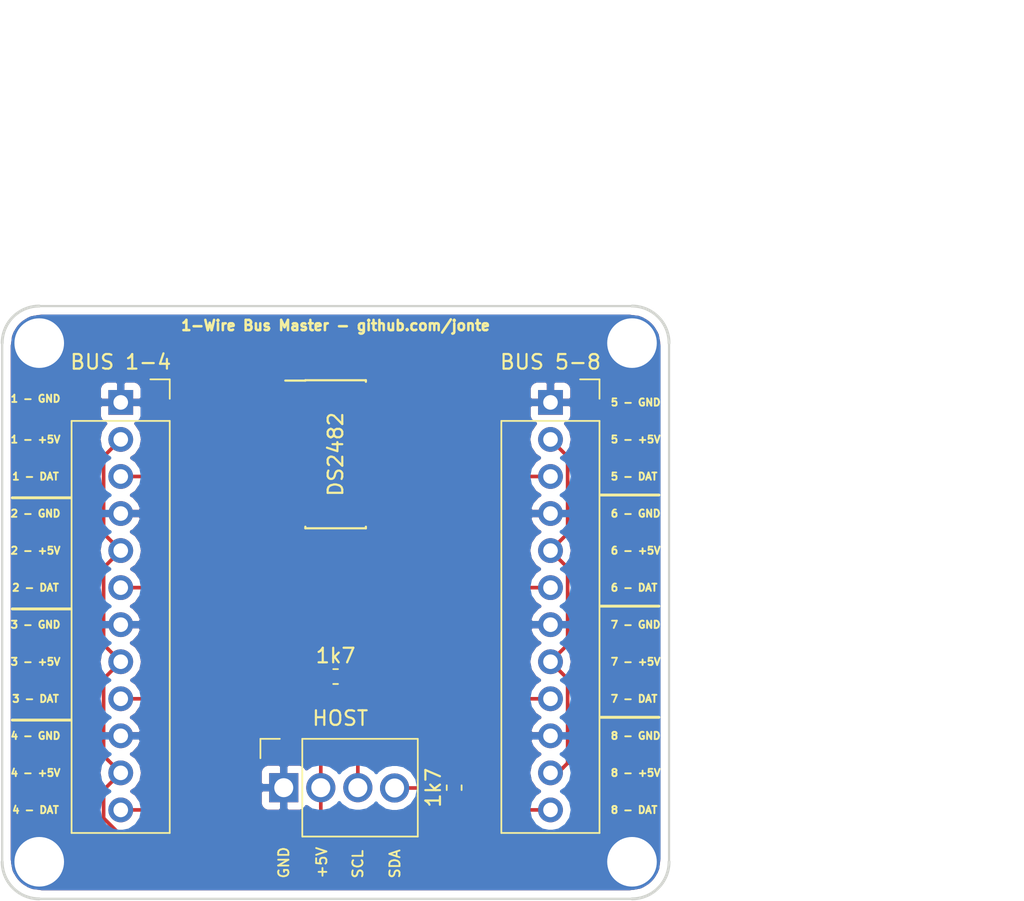
<source format=kicad_pcb>
(kicad_pcb (version 20171130) (host pcbnew 5.0.2+dfsg1-1)

  (general
    (thickness 1.6)
    (drawings 47)
    (tracks 134)
    (zones 0)
    (modules 6)
    (nets 13)
  )

  (page A4)
  (layers
    (0 F.Cu signal)
    (31 B.Cu signal)
    (32 B.Adhes user)
    (33 F.Adhes user)
    (34 B.Paste user)
    (35 F.Paste user)
    (36 B.SilkS user)
    (37 F.SilkS user)
    (38 B.Mask user)
    (39 F.Mask user)
    (40 Dwgs.User user)
    (41 Cmts.User user)
    (42 Eco1.User user)
    (43 Eco2.User user)
    (44 Edge.Cuts user)
    (45 Margin user)
    (46 B.CrtYd user)
    (47 F.CrtYd user)
    (48 B.Fab user)
    (49 F.Fab user)
  )

  (setup
    (last_trace_width 0.25)
    (trace_clearance 0.2)
    (zone_clearance 0.508)
    (zone_45_only no)
    (trace_min 0.2)
    (segment_width 0.2)
    (edge_width 0.15)
    (via_size 0.8)
    (via_drill 0.4)
    (via_min_size 0.4)
    (via_min_drill 0.3)
    (uvia_size 0.3)
    (uvia_drill 0.1)
    (uvias_allowed no)
    (uvia_min_size 0.2)
    (uvia_min_drill 0.1)
    (pcb_text_width 0.3)
    (pcb_text_size 1.5 1.5)
    (mod_edge_width 0.15)
    (mod_text_size 1 1)
    (mod_text_width 0.15)
    (pad_size 1.524 1.524)
    (pad_drill 0.762)
    (pad_to_mask_clearance 0.051)
    (solder_mask_min_width 0.25)
    (aux_axis_origin 0 0)
    (visible_elements FFFFFF7F)
    (pcbplotparams
      (layerselection 0x010fc_ffffffff)
      (usegerberextensions false)
      (usegerberattributes false)
      (usegerberadvancedattributes false)
      (creategerberjobfile false)
      (excludeedgelayer true)
      (linewidth 0.100000)
      (plotframeref false)
      (viasonmask false)
      (mode 1)
      (useauxorigin false)
      (hpglpennumber 1)
      (hpglpenspeed 20)
      (hpglpendiameter 15.000000)
      (psnegative false)
      (psa4output false)
      (plotreference true)
      (plotvalue true)
      (plotinvisibletext false)
      (padsonsilk false)
      (subtractmaskfromsilk false)
      (outputformat 1)
      (mirror false)
      (drillshape 0)
      (scaleselection 1)
      (outputdirectory "./gerber"))
  )

  (net 0 "")
  (net 1 /BUS4)
  (net 2 GND)
  (net 3 /BUS8)
  (net 4 /BUS7)
  (net 5 /BUS6)
  (net 6 /BUS5)
  (net 7 /BUS1)
  (net 8 /BUS2)
  (net 9 /BUS3)
  (net 10 +5V)
  (net 11 "Net-(DS2482-Pad2)")
  (net 12 "Net-(DS2482-Pad3)")

  (net_class Default "This is the default net class."
    (clearance 0.2)
    (trace_width 0.25)
    (via_dia 0.8)
    (via_drill 0.4)
    (uvia_dia 0.3)
    (uvia_drill 0.1)
    (add_net +5V)
    (add_net /BUS1)
    (add_net /BUS2)
    (add_net /BUS3)
    (add_net /BUS4)
    (add_net /BUS5)
    (add_net /BUS6)
    (add_net /BUS7)
    (add_net /BUS8)
    (add_net GND)
    (add_net "Net-(DS2482-Pad2)")
    (add_net "Net-(DS2482-Pad3)")
  )

  (module 1-wire_bus_master:OSTVN12A150 (layer F.Cu) (tedit 5D72AB21) (tstamp 5D78518A)
    (at 142.748 90.424)
    (descr "Through hole straight socket strip, 1x12, 2.54mm pitch, single row (from Kicad 4.0.7), script generated")
    (tags "Through hole socket strip THT 1x12 2.54mm single row")
    (path /5D73B072)
    (fp_text reference "BUS 1-4" (at 0 -2.77) (layer F.SilkS)
      (effects (font (size 1 1) (thickness 0.15)))
    )
    (fp_text value Conn_01x12 (at -0.11 31.496) (layer F.Fab)
      (effects (font (size 1 1) (thickness 0.15)))
    )
    (fp_line (start -3.25 -1.47) (end 2.63 -1.47) (layer F.Fab) (width 0.1))
    (fp_line (start 2.63 -1.47) (end 3.25 -0.85) (layer F.Fab) (width 0.1))
    (fp_line (start 3.25 -0.81) (end 3.25 29.43) (layer F.Fab) (width 0.1))
    (fp_line (start 3.24 29.41) (end -3.25 29.41) (layer F.Fab) (width 0.1))
    (fp_line (start -3.25 29.41) (end -3.25 -1.47) (layer F.Fab) (width 0.1))
    (fp_line (start -3.37 1.27) (end 3.36 1.27) (layer F.SilkS) (width 0.12))
    (fp_line (start -3.37 1.27) (end -3.37 29.52) (layer F.SilkS) (width 0.12))
    (fp_line (start -3.37 29.52) (end 3.36 29.52) (layer F.SilkS) (width 0.12))
    (fp_line (start 3.36 1.27) (end 3.36 29.52) (layer F.SilkS) (width 0.12))
    (fp_line (start 3.36 -1.58) (end 3.36 -0.25) (layer F.SilkS) (width 0.12))
    (fp_line (start 2.03 -1.58) (end 3.36 -1.58) (layer F.SilkS) (width 0.12))
    (fp_line (start -3.5 -1.8) (end 3.5 -1.8) (layer F.CrtYd) (width 0.05))
    (fp_line (start 3.5 -1.8) (end 3.5 29.7) (layer F.CrtYd) (width 0.05))
    (fp_line (start 3.5 29.7) (end -3.5 29.7) (layer F.CrtYd) (width 0.05))
    (fp_line (start -3.5 29.7) (end -3.5 -1.8) (layer F.CrtYd) (width 0.05))
    (fp_text user %R (at 0 13.97 90) (layer F.Fab)
      (effects (font (size 1 1) (thickness 0.15)))
    )
    (pad 1 thru_hole rect (at 0 0) (size 1.7 1.7) (drill 1) (layers *.Cu *.Mask)
      (net 2 GND))
    (pad 2 thru_hole oval (at 0 2.54) (size 1.7 1.7) (drill 1) (layers *.Cu *.Mask)
      (net 10 +5V))
    (pad 3 thru_hole oval (at 0 5.08) (size 1.7 1.7) (drill 1) (layers *.Cu *.Mask)
      (net 7 /BUS1))
    (pad 4 thru_hole oval (at 0 7.62) (size 1.7 1.7) (drill 1) (layers *.Cu *.Mask)
      (net 2 GND))
    (pad 5 thru_hole oval (at 0 10.16) (size 1.7 1.7) (drill 1) (layers *.Cu *.Mask)
      (net 10 +5V))
    (pad 6 thru_hole oval (at 0 12.7) (size 1.7 1.7) (drill 1) (layers *.Cu *.Mask)
      (net 8 /BUS2))
    (pad 7 thru_hole oval (at 0 15.24) (size 1.7 1.7) (drill 1) (layers *.Cu *.Mask)
      (net 2 GND))
    (pad 8 thru_hole oval (at 0 17.78) (size 1.7 1.7) (drill 1) (layers *.Cu *.Mask)
      (net 10 +5V))
    (pad 9 thru_hole oval (at 0 20.32) (size 1.7 1.7) (drill 1) (layers *.Cu *.Mask)
      (net 9 /BUS3))
    (pad 10 thru_hole oval (at 0 22.86) (size 1.7 1.7) (drill 1) (layers *.Cu *.Mask)
      (net 2 GND))
    (pad 11 thru_hole oval (at 0 25.4) (size 1.7 1.7) (drill 1) (layers *.Cu *.Mask)
      (net 10 +5V))
    (pad 12 thru_hole oval (at 0 27.94) (size 1.7 1.7) (drill 1) (layers *.Cu *.Mask)
      (net 1 /BUS4))
    (model ${KIPRJMOD}/TerminalBlock_Phoenix_MPT-2.54mm_12pol.wrl
      (offset (xyz 0 -14 0))
      (scale (xyz 1 1 1))
      (rotate (xyz 0 0 90))
    )
  )

  (module 1-wire_bus_master:OSTVN04A150 (layer F.Cu) (tedit 5D72AB44) (tstamp 5D75DD00)
    (at 153.924 116.84 90)
    (descr "Through hole straight socket strip, 1x03, 2.54mm pitch, single row (from Kicad 4.0.7), script generated")
    (tags "Through hole socket strip THT 1x03 2.54mm single row")
    (path /5D7213EC)
    (fp_text reference HOST (at 4.7625 3.8735 180) (layer F.SilkS)
      (effects (font (size 1 1) (thickness 0.15)))
    )
    (fp_text value Conn_01x04 (at -2.0955 3.81 180) (layer F.Fab)
      (effects (font (size 1 1) (thickness 0.15)))
    )
    (fp_line (start -3.25 -1.47) (end 2.25 -1.47) (layer F.Fab) (width 0.1))
    (fp_line (start 2.25 -1.47) (end 3.25 -0.635) (layer F.Fab) (width 0.1))
    (fp_line (start 3.25 -0.635) (end 3.25 9.09) (layer F.Fab) (width 0.1))
    (fp_line (start 3.25 9.09) (end -3.25 9.09) (layer F.Fab) (width 0.1))
    (fp_line (start -3.25 9.09) (end -3.25 -1.47) (layer F.Fab) (width 0.1))
    (fp_line (start -3.35 1.27) (end 3.35 1.27) (layer F.SilkS) (width 0.12))
    (fp_line (start -3.35 1.28) (end -3.35 9.19) (layer F.SilkS) (width 0.12))
    (fp_line (start -3.35 9.19) (end 3.35 9.19) (layer F.SilkS) (width 0.12))
    (fp_line (start 3.35 1.27) (end 3.35 9.19) (layer F.SilkS) (width 0.12))
    (fp_line (start 3.35 -1.6) (end 3.35 -0.27) (layer F.SilkS) (width 0.12))
    (fp_line (start 2.02 -1.6) (end 3.35 -1.6) (layer F.SilkS) (width 0.12))
    (fp_line (start -3.46 -1.8) (end 3.46 -1.8) (layer F.CrtYd) (width 0.05))
    (fp_line (start 3.46 -1.81) (end 3.46 9.38) (layer F.CrtYd) (width 0.05))
    (fp_line (start 3.46 9.38) (end -3.45 9.38) (layer F.CrtYd) (width 0.05))
    (fp_line (start -3.46 9.38) (end -3.46 -1.81) (layer F.CrtYd) (width 0.05))
    (fp_text user %R (at 0 2.54 180) (layer F.Fab)
      (effects (font (size 1 1) (thickness 0.15)))
    )
    (pad 1 thru_hole rect (at 0 0 90) (size 2 2) (drill 1.3) (layers *.Cu *.Mask)
      (net 2 GND))
    (pad 2 thru_hole oval (at 0 2.54 90) (size 2 2) (drill 1.3) (layers *.Cu *.Mask)
      (net 10 +5V))
    (pad 3 thru_hole oval (at 0 5.08 90) (size 2 2) (drill 1.3) (layers *.Cu *.Mask)
      (net 11 "Net-(DS2482-Pad2)"))
    (pad 4 thru_hole oval (at -0.02 7.6 90) (size 2 2) (drill 1.3) (layers *.Cu *.Mask)
      (net 12 "Net-(DS2482-Pad3)"))
    (model ${KIPRJMOD}/TerminalBlock_Phoenix_MPT-2.54mm_4pol.wrl
      (offset (xyz 0 -3.7 0))
      (scale (xyz 1 1 1))
      (rotate (xyz 0 0 90))
    )
  )

  (module Package_SO:SOIC-16_3.9x9.9mm_P1.27mm (layer F.Cu) (tedit 5A02F2D3) (tstamp 5D75BE9E)
    (at 157.48 93.98)
    (descr "16-Lead Plastic Small Outline (SL) - Narrow, 3.90 mm Body [SOIC] (see Microchip Packaging Specification 00000049BS.pdf)")
    (tags "SOIC 1.27")
    (path /5D7116E9)
    (attr smd)
    (fp_text reference DS2482 (at 0 0 90) (layer F.SilkS)
      (effects (font (size 1 1) (thickness 0.15)))
    )
    (fp_text value DS2482-800 (at 0 6) (layer F.Fab)
      (effects (font (size 1 1) (thickness 0.15)))
    )
    (fp_text user %R (at 0 0 90) (layer F.Fab)
      (effects (font (size 0.9 0.9) (thickness 0.135)))
    )
    (fp_line (start -0.95 -4.95) (end 1.95 -4.95) (layer F.Fab) (width 0.15))
    (fp_line (start 1.95 -4.95) (end 1.95 4.95) (layer F.Fab) (width 0.15))
    (fp_line (start 1.95 4.95) (end -1.95 4.95) (layer F.Fab) (width 0.15))
    (fp_line (start -1.95 4.95) (end -1.95 -3.95) (layer F.Fab) (width 0.15))
    (fp_line (start -1.95 -3.95) (end -0.95 -4.95) (layer F.Fab) (width 0.15))
    (fp_line (start -3.7 -5.25) (end -3.7 5.25) (layer F.CrtYd) (width 0.05))
    (fp_line (start 3.7 -5.25) (end 3.7 5.25) (layer F.CrtYd) (width 0.05))
    (fp_line (start -3.7 -5.25) (end 3.7 -5.25) (layer F.CrtYd) (width 0.05))
    (fp_line (start -3.7 5.25) (end 3.7 5.25) (layer F.CrtYd) (width 0.05))
    (fp_line (start -2.075 -5.075) (end -2.075 -5.05) (layer F.SilkS) (width 0.15))
    (fp_line (start 2.075 -5.075) (end 2.075 -4.97) (layer F.SilkS) (width 0.15))
    (fp_line (start 2.075 5.075) (end 2.075 4.97) (layer F.SilkS) (width 0.15))
    (fp_line (start -2.075 5.075) (end -2.075 4.97) (layer F.SilkS) (width 0.15))
    (fp_line (start -2.075 -5.075) (end 2.075 -5.075) (layer F.SilkS) (width 0.15))
    (fp_line (start -2.075 5.075) (end 2.075 5.075) (layer F.SilkS) (width 0.15))
    (fp_line (start -2.075 -5.05) (end -3.45 -5.05) (layer F.SilkS) (width 0.15))
    (pad 1 smd rect (at -2.7 -4.445) (size 1.5 0.6) (layers F.Cu F.Paste F.Mask)
      (net 1 /BUS4))
    (pad 2 smd rect (at -2.7 -3.175) (size 1.5 0.6) (layers F.Cu F.Paste F.Mask)
      (net 11 "Net-(DS2482-Pad2)"))
    (pad 3 smd rect (at -2.7 -1.905) (size 1.5 0.6) (layers F.Cu F.Paste F.Mask)
      (net 12 "Net-(DS2482-Pad3)"))
    (pad 4 smd rect (at -2.7 -0.635) (size 1.5 0.6) (layers F.Cu F.Paste F.Mask)
      (net 10 +5V))
    (pad 5 smd rect (at -2.7 0.635) (size 1.5 0.6) (layers F.Cu F.Paste F.Mask))
    (pad 6 smd rect (at -2.7 1.905) (size 1.5 0.6) (layers F.Cu F.Paste F.Mask)
      (net 2 GND))
    (pad 7 smd rect (at -2.7 3.175) (size 1.5 0.6) (layers F.Cu F.Paste F.Mask)
      (net 2 GND))
    (pad 8 smd rect (at -2.7 4.445) (size 1.5 0.6) (layers F.Cu F.Paste F.Mask)
      (net 2 GND))
    (pad 9 smd rect (at 2.7 4.445) (size 1.5 0.6) (layers F.Cu F.Paste F.Mask)
      (net 3 /BUS8))
    (pad 10 smd rect (at 2.7 3.175) (size 1.5 0.6) (layers F.Cu F.Paste F.Mask)
      (net 4 /BUS7))
    (pad 11 smd rect (at 2.7 1.905) (size 1.5 0.6) (layers F.Cu F.Paste F.Mask)
      (net 5 /BUS6))
    (pad 12 smd rect (at 2.7 0.635) (size 1.5 0.6) (layers F.Cu F.Paste F.Mask)
      (net 6 /BUS5))
    (pad 13 smd rect (at 2.7 -0.635) (size 1.5 0.6) (layers F.Cu F.Paste F.Mask)
      (net 2 GND))
    (pad 14 smd rect (at 2.7 -1.905) (size 1.5 0.6) (layers F.Cu F.Paste F.Mask)
      (net 7 /BUS1))
    (pad 15 smd rect (at 2.7 -3.175) (size 1.5 0.6) (layers F.Cu F.Paste F.Mask)
      (net 8 /BUS2))
    (pad 16 smd rect (at 2.7 -4.445) (size 1.5 0.6) (layers F.Cu F.Paste F.Mask)
      (net 9 /BUS3))
    (model ${KISYS3DMOD}/Package_SO.3dshapes/SOIC-16_3.9x9.9mm_P1.27mm.wrl
      (at (xyz 0 0 0))
      (scale (xyz 1 1 1))
      (rotate (xyz 0 0 0))
    )
  )

  (module 1-wire_bus_master:OSTVN12A150 (layer F.Cu) (tedit 5D72AB28) (tstamp 5D78516A)
    (at 172.212 90.424)
    (descr "Through hole straight socket strip, 1x12, 2.54mm pitch, single row (from Kicad 4.0.7), script generated")
    (tags "Through hole socket strip THT 1x12 2.54mm single row")
    (path /5D73BDB5)
    (fp_text reference "BUS 5-8" (at 0 -2.77) (layer F.SilkS)
      (effects (font (size 1 1) (thickness 0.15)))
    )
    (fp_text value Conn_01x12 (at -0.11 31.496) (layer F.Fab)
      (effects (font (size 1 1) (thickness 0.15)))
    )
    (fp_text user %R (at 0 13.97 90) (layer F.Fab)
      (effects (font (size 1 1) (thickness 0.15)))
    )
    (fp_line (start -3.5 29.7) (end -3.5 -1.8) (layer F.CrtYd) (width 0.05))
    (fp_line (start 3.5 29.7) (end -3.5 29.7) (layer F.CrtYd) (width 0.05))
    (fp_line (start 3.5 -1.8) (end 3.5 29.7) (layer F.CrtYd) (width 0.05))
    (fp_line (start -3.5 -1.8) (end 3.5 -1.8) (layer F.CrtYd) (width 0.05))
    (fp_line (start 2.03 -1.58) (end 3.36 -1.58) (layer F.SilkS) (width 0.12))
    (fp_line (start 3.36 -1.58) (end 3.36 -0.25) (layer F.SilkS) (width 0.12))
    (fp_line (start 3.36 1.27) (end 3.36 29.52) (layer F.SilkS) (width 0.12))
    (fp_line (start -3.37 29.52) (end 3.36 29.52) (layer F.SilkS) (width 0.12))
    (fp_line (start -3.37 1.27) (end -3.37 29.52) (layer F.SilkS) (width 0.12))
    (fp_line (start -3.37 1.27) (end 3.36 1.27) (layer F.SilkS) (width 0.12))
    (fp_line (start -3.25 29.41) (end -3.25 -1.47) (layer F.Fab) (width 0.1))
    (fp_line (start 3.24 29.41) (end -3.25 29.41) (layer F.Fab) (width 0.1))
    (fp_line (start 3.25 -0.81) (end 3.25 29.43) (layer F.Fab) (width 0.1))
    (fp_line (start 2.63 -1.47) (end 3.25 -0.85) (layer F.Fab) (width 0.1))
    (fp_line (start -3.25 -1.47) (end 2.63 -1.47) (layer F.Fab) (width 0.1))
    (pad 12 thru_hole oval (at 0 27.94) (size 1.7 1.7) (drill 1) (layers *.Cu *.Mask)
      (net 3 /BUS8))
    (pad 11 thru_hole oval (at 0 25.4) (size 1.7 1.7) (drill 1) (layers *.Cu *.Mask)
      (net 10 +5V))
    (pad 10 thru_hole oval (at 0 22.86) (size 1.7 1.7) (drill 1) (layers *.Cu *.Mask)
      (net 2 GND))
    (pad 9 thru_hole oval (at 0 20.32) (size 1.7 1.7) (drill 1) (layers *.Cu *.Mask)
      (net 4 /BUS7))
    (pad 8 thru_hole oval (at 0 17.78) (size 1.7 1.7) (drill 1) (layers *.Cu *.Mask)
      (net 10 +5V))
    (pad 7 thru_hole oval (at 0 15.24) (size 1.7 1.7) (drill 1) (layers *.Cu *.Mask)
      (net 2 GND))
    (pad 6 thru_hole oval (at 0 12.7) (size 1.7 1.7) (drill 1) (layers *.Cu *.Mask)
      (net 5 /BUS6))
    (pad 5 thru_hole oval (at 0 10.16) (size 1.7 1.7) (drill 1) (layers *.Cu *.Mask)
      (net 10 +5V))
    (pad 4 thru_hole oval (at 0 7.62) (size 1.7 1.7) (drill 1) (layers *.Cu *.Mask)
      (net 2 GND))
    (pad 3 thru_hole oval (at 0 5.08) (size 1.7 1.7) (drill 1) (layers *.Cu *.Mask)
      (net 6 /BUS5))
    (pad 2 thru_hole oval (at 0 2.54) (size 1.7 1.7) (drill 1) (layers *.Cu *.Mask)
      (net 10 +5V))
    (pad 1 thru_hole rect (at 0 0) (size 1.7 1.7) (drill 1) (layers *.Cu *.Mask)
      (net 2 GND))
    (model ${KIPRJMOD}/TerminalBlock_Phoenix_MPT-2.54mm_12pol.wrl
      (offset (xyz 0 -14 0))
      (scale (xyz 1 1 1))
      (rotate (xyz 0 0 -90))
    )
  )

  (module Resistor_SMD:R_0603_1608Metric (layer F.Cu) (tedit 5D72ACDB) (tstamp 5D78C6D0)
    (at 165.608 116.84 90)
    (descr "Resistor SMD 0603 (1608 Metric), square (rectangular) end terminal, IPC_7351 nominal, (Body size source: http://www.tortai-tech.com/upload/download/2011102023233369053.pdf), generated with kicad-footprint-generator")
    (tags resistor)
    (path /5D71A9C7)
    (attr smd)
    (fp_text reference 1k7 (at 0 -1.43 90) (layer F.SilkS)
      (effects (font (size 1 1) (thickness 0.15)))
    )
    (fp_text value 1k7 (at 0 1.43 90) (layer F.Fab)
      (effects (font (size 1 1) (thickness 0.15)))
    )
    (fp_text user %R (at 0 0 90) (layer F.Fab)
      (effects (font (size 0.4 0.4) (thickness 0.06)))
    )
    (fp_line (start 1.48 0.73) (end -1.48 0.73) (layer F.CrtYd) (width 0.05))
    (fp_line (start 1.48 -0.73) (end 1.48 0.73) (layer F.CrtYd) (width 0.05))
    (fp_line (start -1.48 -0.73) (end 1.48 -0.73) (layer F.CrtYd) (width 0.05))
    (fp_line (start -1.48 0.73) (end -1.48 -0.73) (layer F.CrtYd) (width 0.05))
    (fp_line (start -0.162779 0.51) (end 0.162779 0.51) (layer F.SilkS) (width 0.12))
    (fp_line (start -0.162779 -0.51) (end 0.162779 -0.51) (layer F.SilkS) (width 0.12))
    (fp_line (start 0.8 0.4) (end -0.8 0.4) (layer F.Fab) (width 0.1))
    (fp_line (start 0.8 -0.4) (end 0.8 0.4) (layer F.Fab) (width 0.1))
    (fp_line (start -0.8 -0.4) (end 0.8 -0.4) (layer F.Fab) (width 0.1))
    (fp_line (start -0.8 0.4) (end -0.8 -0.4) (layer F.Fab) (width 0.1))
    (pad 2 smd roundrect (at 0.7875 0 90) (size 0.875 0.95) (layers F.Cu F.Paste F.Mask) (roundrect_rratio 0.25)
      (net 12 "Net-(DS2482-Pad3)"))
    (pad 1 smd roundrect (at -0.7875 0 90) (size 0.875 0.95) (layers F.Cu F.Paste F.Mask) (roundrect_rratio 0.25)
      (net 10 +5V))
    (model ${KISYS3DMOD}/Resistor_SMD.3dshapes/R_0603_1608Metric.wrl
      (at (xyz 0 0 0))
      (scale (xyz 1 1 1))
      (rotate (xyz 0 0 0))
    )
  )

  (module Resistor_SMD:R_0603_1608Metric (layer F.Cu) (tedit 5D72ACD2) (tstamp 5D78C6E1)
    (at 157.48 109.22)
    (descr "Resistor SMD 0603 (1608 Metric), square (rectangular) end terminal, IPC_7351 nominal, (Body size source: http://www.tortai-tech.com/upload/download/2011102023233369053.pdf), generated with kicad-footprint-generator")
    (tags resistor)
    (path /5D71A964)
    (attr smd)
    (fp_text reference 1k7 (at 0 -1.43) (layer F.SilkS)
      (effects (font (size 1 1) (thickness 0.15)))
    )
    (fp_text value 1k7 (at 0 1.43) (layer F.Fab)
      (effects (font (size 1 1) (thickness 0.15)))
    )
    (fp_line (start -0.8 0.4) (end -0.8 -0.4) (layer F.Fab) (width 0.1))
    (fp_line (start -0.8 -0.4) (end 0.8 -0.4) (layer F.Fab) (width 0.1))
    (fp_line (start 0.8 -0.4) (end 0.8 0.4) (layer F.Fab) (width 0.1))
    (fp_line (start 0.8 0.4) (end -0.8 0.4) (layer F.Fab) (width 0.1))
    (fp_line (start -0.162779 -0.51) (end 0.162779 -0.51) (layer F.SilkS) (width 0.12))
    (fp_line (start -0.162779 0.51) (end 0.162779 0.51) (layer F.SilkS) (width 0.12))
    (fp_line (start -1.48 0.73) (end -1.48 -0.73) (layer F.CrtYd) (width 0.05))
    (fp_line (start -1.48 -0.73) (end 1.48 -0.73) (layer F.CrtYd) (width 0.05))
    (fp_line (start 1.48 -0.73) (end 1.48 0.73) (layer F.CrtYd) (width 0.05))
    (fp_line (start 1.48 0.73) (end -1.48 0.73) (layer F.CrtYd) (width 0.05))
    (fp_text user %R (at 0 0) (layer F.Fab)
      (effects (font (size 0.4 0.4) (thickness 0.06)))
    )
    (pad 1 smd roundrect (at -0.7875 0) (size 0.875 0.95) (layers F.Cu F.Paste F.Mask) (roundrect_rratio 0.25)
      (net 10 +5V))
    (pad 2 smd roundrect (at 0.7875 0) (size 0.875 0.95) (layers F.Cu F.Paste F.Mask) (roundrect_rratio 0.25)
      (net 11 "Net-(DS2482-Pad2)"))
    (model ${KISYS3DMOD}/Resistor_SMD.3dshapes/R_0603_1608Metric.wrl
      (at (xyz 0 0 0))
      (scale (xyz 1 1 1))
      (rotate (xyz 0 0 0))
    )
  )

  (dimension 35.56 (width 0.3) (layer F.Fab)
    (gr_text "35.560 mm" (at 197.68 104.14 270) (layer F.Fab)
      (effects (font (size 1.5 1.5) (thickness 0.3)))
    )
    (feature1 (pts (xy 177.8 121.92) (xy 196.166421 121.92)))
    (feature2 (pts (xy 177.8 86.36) (xy 196.166421 86.36)))
    (crossbar (pts (xy 195.58 86.36) (xy 195.58 121.92)))
    (arrow1a (pts (xy 195.58 121.92) (xy 194.993579 120.793496)))
    (arrow1b (pts (xy 195.58 121.92) (xy 196.166421 120.793496)))
    (arrow2a (pts (xy 195.58 86.36) (xy 194.993579 87.486504)))
    (arrow2b (pts (xy 195.58 86.36) (xy 196.166421 87.486504)))
  )
  (dimension 40.64 (width 0.3) (layer F.Fab)
    (gr_text "40.640 mm" (at 157.48 69.02) (layer F.Fab)
      (effects (font (size 1.5 1.5) (thickness 0.3)))
    )
    (feature1 (pts (xy 177.8 86.36) (xy 177.8 70.533579)))
    (feature2 (pts (xy 137.16 86.36) (xy 137.16 70.533579)))
    (crossbar (pts (xy 137.16 71.12) (xy 177.8 71.12)))
    (arrow1a (pts (xy 177.8 71.12) (xy 176.673496 71.706421)))
    (arrow1b (pts (xy 177.8 71.12) (xy 176.673496 70.533579)))
    (arrow2a (pts (xy 137.16 71.12) (xy 138.286504 71.706421)))
    (arrow2b (pts (xy 137.16 71.12) (xy 138.286504 70.533579)))
  )
  (dimension 40.64 (width 0.3) (layer F.Fab)
    (gr_text "40.640 mm" (at 202.76 104.14 270) (layer F.Fab)
      (effects (font (size 1.5 1.5) (thickness 0.3)))
    )
    (feature1 (pts (xy 175.26 124.46) (xy 201.246421 124.46)))
    (feature2 (pts (xy 175.26 83.82) (xy 201.246421 83.82)))
    (crossbar (pts (xy 200.66 83.82) (xy 200.66 124.46)))
    (arrow1a (pts (xy 200.66 124.46) (xy 200.073579 123.333496)))
    (arrow1b (pts (xy 200.66 124.46) (xy 201.246421 123.333496)))
    (arrow2a (pts (xy 200.66 83.82) (xy 200.073579 84.946504)))
    (arrow2b (pts (xy 200.66 83.82) (xy 201.246421 84.946504)))
  )
  (dimension 45.72 (width 0.3) (layer F.Fab)
    (gr_text "45.720 mm" (at 157.48 63.94) (layer F.Fab)
      (effects (font (size 1.5 1.5) (thickness 0.3)))
    )
    (feature1 (pts (xy 180.34 88.9) (xy 180.34 65.453579)))
    (feature2 (pts (xy 134.62 88.9) (xy 134.62 65.453579)))
    (crossbar (pts (xy 134.62 66.04) (xy 180.34 66.04)))
    (arrow1a (pts (xy 180.34 66.04) (xy 179.213496 66.626421)))
    (arrow1b (pts (xy 180.34 66.04) (xy 179.213496 65.453579)))
    (arrow2a (pts (xy 134.62 66.04) (xy 135.746504 66.626421)))
    (arrow2b (pts (xy 134.62 66.04) (xy 135.746504 65.453579)))
  )
  (gr_text "1-Wire Bus Master - github.com/jonte" (at 157.48 85.1535) (layer F.SilkS)
    (effects (font (size 0.7 0.7) (thickness 0.175)))
  )
  (gr_text SDA (at 161.544 123.1265 90) (layer F.SilkS) (tstamp 5D792A9F)
    (effects (font (size 0.7 0.7) (thickness 0.125)) (justify left))
  )
  (gr_text SCL (at 159.004 123.1265 90) (layer F.SilkS) (tstamp 5D792A9D)
    (effects (font (size 0.7 0.7) (thickness 0.125)) (justify left))
  )
  (gr_text +5V (at 156.5275 123.1265 90) (layer F.SilkS) (tstamp 5D792A9B)
    (effects (font (size 0.7 0.7) (thickness 0.125)) (justify left))
  )
  (gr_text GND (at 153.924 123.1265 90) (layer F.SilkS) (tstamp 5D792A91)
    (effects (font (size 0.7 0.7) (thickness 0.125)) (justify left))
  )
  (gr_line (start 135.3185 104.5845) (end 139.319 104.5845) (layer F.SilkS) (width 0.2) (tstamp 5D79255E))
  (gr_line (start 135.3185 112.2045) (end 139.319 112.2045) (layer F.SilkS) (width 0.2) (tstamp 5D79255D))
  (gr_line (start 135.3185 96.9645) (end 139.319 96.9645) (layer F.SilkS) (width 0.2) (tstamp 5D79255C))
  (gr_line (start 175.641 112.014) (end 179.6415 112.014) (layer F.SilkS) (width 0.2) (tstamp 5D7924D0))
  (gr_line (start 175.641 104.394) (end 179.6415 104.394) (layer F.SilkS) (width 0.2))
  (gr_line (start 175.641 96.774) (end 179.6415 96.774) (layer F.SilkS) (width 0.2))
  (gr_text "8 - DAT" (at 176.276 118.364) (layer F.SilkS) (tstamp 5D792361)
    (effects (font (size 0.5 0.5) (thickness 0.125)) (justify left))
  )
  (gr_text "8 - GND" (at 176.276 113.284) (layer F.SilkS) (tstamp 5D792360)
    (effects (font (size 0.5 0.5) (thickness 0.125)) (justify left))
  )
  (gr_text "8 - +5V" (at 176.276 115.824) (layer F.SilkS) (tstamp 5D79235F)
    (effects (font (size 0.5 0.5) (thickness 0.125)) (justify left))
  )
  (gr_text "7 - +5V" (at 176.276 108.204) (layer F.SilkS) (tstamp 5D79235B)
    (effects (font (size 0.5 0.5) (thickness 0.125)) (justify left))
  )
  (gr_text "7 - GND" (at 176.276 105.664) (layer F.SilkS) (tstamp 5D79235A)
    (effects (font (size 0.5 0.5) (thickness 0.125)) (justify left))
  )
  (gr_text "7 - DAT" (at 176.276 110.744) (layer F.SilkS) (tstamp 5D792359)
    (effects (font (size 0.5 0.5) (thickness 0.125)) (justify left))
  )
  (gr_text "6 - +5V" (at 176.276 100.584) (layer F.SilkS) (tstamp 5D792315)
    (effects (font (size 0.5 0.5) (thickness 0.125)) (justify left))
  )
  (gr_text "5 - +5V" (at 176.276 92.964) (layer F.SilkS) (tstamp 5D792312)
    (effects (font (size 0.5 0.5) (thickness 0.125)) (justify left))
  )
  (gr_text "6 - DAT" (at 176.276 103.124) (layer F.SilkS) (tstamp 5D792309)
    (effects (font (size 0.5 0.5) (thickness 0.125)) (justify left))
  )
  (gr_text "5 - DAT" (at 176.276 95.504) (layer F.SilkS) (tstamp 5D792307)
    (effects (font (size 0.5 0.5) (thickness 0.125)) (justify left))
  )
  (gr_text "1 - DAT" (at 136.906 95.504) (layer F.SilkS) (tstamp 5D792305)
    (effects (font (size 0.5 0.5) (thickness 0.125)))
  )
  (gr_text "2 - DAT" (at 136.906 103.124) (layer F.SilkS) (tstamp 5D792303)
    (effects (font (size 0.5 0.5) (thickness 0.125)))
  )
  (gr_text "3 - DAT" (at 136.906 110.744) (layer F.SilkS) (tstamp 5D792301)
    (effects (font (size 0.5 0.5) (thickness 0.125)))
  )
  (gr_text "4 - DAT" (at 136.906 118.364) (layer F.SilkS) (tstamp 5D7922FE)
    (effects (font (size 0.5 0.5) (thickness 0.125)))
  )
  (gr_text "4 - +5V" (at 136.906 115.824) (layer F.SilkS) (tstamp 5D7922F7)
    (effects (font (size 0.5 0.5) (thickness 0.125)))
  )
  (gr_text "3 - +5V" (at 136.906 108.204) (layer F.SilkS) (tstamp 5D7922F5)
    (effects (font (size 0.5 0.5) (thickness 0.125)))
  )
  (gr_text "2 - +5V" (at 136.906 100.584) (layer F.SilkS) (tstamp 5D7922EE)
    (effects (font (size 0.5 0.5) (thickness 0.125)))
  )
  (gr_text "1 - +5V" (at 136.906 92.964) (layer F.SilkS) (tstamp 5D7922EB)
    (effects (font (size 0.5 0.5) (thickness 0.125)))
  )
  (gr_text "5 - GND" (at 178.054 90.424) (layer F.SilkS) (tstamp 5D7922E8)
    (effects (font (size 0.5 0.5) (thickness 0.125)))
  )
  (gr_text "6 - GND" (at 176.276 98.044) (layer F.SilkS) (tstamp 5D792349)
    (effects (font (size 0.5 0.5) (thickness 0.125)) (justify left))
  )
  (gr_text "4 - GND" (at 136.906 113.284) (layer F.SilkS) (tstamp 5D7922E0)
    (effects (font (size 0.5 0.5) (thickness 0.125)))
  )
  (gr_text "3 - GND" (at 136.906 105.664) (layer F.SilkS) (tstamp 5D7922DE)
    (effects (font (size 0.5 0.5) (thickness 0.125)))
  )
  (gr_text "2 - GND" (at 136.906 98.044) (layer F.SilkS) (tstamp 5D7922DC)
    (effects (font (size 0.5 0.5) (thickness 0.125)))
  )
  (gr_text "1 - GND" (at 136.906 90.17) (layer F.SilkS)
    (effects (font (size 0.5 0.5) (thickness 0.125)))
  )
  (gr_line (start 180.34 121.92) (end 180.34 86.36) (layer Edge.Cuts) (width 0.15))
  (gr_line (start 137.16 124.46) (end 177.8 124.46) (layer Edge.Cuts) (width 0.15))
  (gr_line (start 134.62 86.36) (end 134.62 121.92) (layer Edge.Cuts) (width 0.15))
  (gr_line (start 177.8 83.82) (end 137.16 83.82) (layer Edge.Cuts) (width 0.15))
  (gr_arc (start 177.8 86.36) (end 180.34 86.36) (angle -90) (layer Edge.Cuts) (width 0.2))
  (gr_arc (start 137.16 86.36) (end 137.16 83.82) (angle -90) (layer Edge.Cuts) (width 0.2))
  (gr_arc (start 137.16 121.92) (end 134.62 121.92) (angle -90) (layer Edge.Cuts) (width 0.2))
  (gr_arc (start 177.8 121.92) (end 177.8 124.46) (angle -90) (layer Edge.Cuts) (width 0.2))

  (segment (start 142.748 118.364) (end 148.336 118.364) (width 0.25) (layer F.Cu) (net 1))
  (segment (start 148.336 118.364) (end 148.844 117.856) (width 0.25) (layer F.Cu) (net 1))
  (segment (start 148.844 117.856) (end 148.844 87.884) (width 0.25) (layer F.Cu) (net 1))
  (segment (start 148.844 87.884) (end 152.908 87.884) (width 0.25) (layer F.Cu) (net 1))
  (segment (start 152.908 87.884) (end 153.416 88.392) (width 0.25) (layer F.Cu) (net 1))
  (segment (start 153.78 89.535) (end 154.78 89.535) (width 0.25) (layer F.Cu) (net 1))
  (segment (start 153.416 89.171) (end 153.78 89.535) (width 0.25) (layer F.Cu) (net 1))
  (segment (start 153.416 88.392) (end 153.416 89.171) (width 0.25) (layer F.Cu) (net 1))
  (via (at 177.8 121.92) (size 3.8) (drill 3.4) (layers F.Cu B.Cu) (net 2))
  (via (at 177.8 86.36) (size 3.8) (drill 3.4) (layers F.Cu B.Cu) (net 2) (tstamp 5D733795))
  (via (at 137.16 86.36) (size 3.8) (drill 3.4) (layers F.Cu B.Cu) (net 2) (tstamp 5D733890))
  (via (at 137.16 121.92) (size 3.8) (drill 3.4) (layers F.Cu B.Cu) (net 2) (tstamp 5D733890))
  (segment (start 161.925 98.425) (end 160.18 98.425) (width 0.25) (layer F.Cu) (net 3))
  (segment (start 172.212 118.364) (end 168.148 118.364) (width 0.25) (layer F.Cu) (net 3))
  (segment (start 168.148 118.364) (end 167.132 117.348) (width 0.25) (layer F.Cu) (net 3))
  (segment (start 161.18 98.425) (end 160.18 98.425) (width 0.25) (layer F.Cu) (net 3))
  (segment (start 165.60941 98.425) (end 161.18 98.425) (width 0.25) (layer F.Cu) (net 3))
  (segment (start 167.132 99.94759) (end 165.60941 98.425) (width 0.25) (layer F.Cu) (net 3))
  (segment (start 167.132 117.348) (end 167.132 99.94759) (width 0.25) (layer F.Cu) (net 3))
  (segment (start 167.64 98.171) (end 166.624 97.155) (width 0.25) (layer F.Cu) (net 4))
  (segment (start 167.64 110.236) (end 167.64 98.171) (width 0.25) (layer F.Cu) (net 4))
  (segment (start 172.212 110.744) (end 168.148 110.744) (width 0.25) (layer F.Cu) (net 4))
  (segment (start 168.148 110.744) (end 167.64 110.236) (width 0.25) (layer F.Cu) (net 4))
  (segment (start 160.18 97.155) (end 166.624 97.155) (width 0.25) (layer F.Cu) (net 4))
  (segment (start 172.212 103.124) (end 168.656 103.124) (width 0.25) (layer F.Cu) (net 5))
  (segment (start 168.656 103.124) (end 168.148 102.616) (width 0.25) (layer F.Cu) (net 5))
  (segment (start 165.99041 95.885) (end 165.608 95.885) (width 0.25) (layer F.Cu) (net 5))
  (segment (start 168.148 102.616) (end 168.148 98.04259) (width 0.25) (layer F.Cu) (net 5))
  (segment (start 168.148 98.04259) (end 165.99041 95.885) (width 0.25) (layer F.Cu) (net 5))
  (segment (start 160.18 95.885) (end 165.608 95.885) (width 0.25) (layer F.Cu) (net 5))
  (segment (start 161.18 94.615) (end 160.18 94.615) (width 0.25) (layer F.Cu) (net 6))
  (segment (start 168.529 95.504) (end 167.64 94.615) (width 0.25) (layer F.Cu) (net 6))
  (segment (start 172.212 95.504) (end 168.529 95.504) (width 0.25) (layer F.Cu) (net 6))
  (segment (start 167.64 94.615) (end 161.18 94.615) (width 0.25) (layer F.Cu) (net 6))
  (segment (start 161.92641 86.36) (end 163.83 88.26359) (width 0.25) (layer F.Cu) (net 7))
  (segment (start 161.18 92.075) (end 160.18 92.075) (width 0.25) (layer F.Cu) (net 7))
  (segment (start 163.83 89.425) (end 161.18 92.075) (width 0.25) (layer F.Cu) (net 7))
  (segment (start 163.83 88.26359) (end 163.83 89.425) (width 0.25) (layer F.Cu) (net 7))
  (segment (start 147.828 86.36) (end 152.4 86.36) (width 0.25) (layer F.Cu) (net 7))
  (segment (start 152.4 86.36) (end 161.92641 86.36) (width 0.25) (layer F.Cu) (net 7))
  (segment (start 152.14 86.36) (end 152.4 86.36) (width 0.25) (layer F.Cu) (net 7))
  (segment (start 142.748 95.504) (end 146.812 95.504) (width 0.25) (layer F.Cu) (net 7))
  (segment (start 146.812 95.504) (end 147.32 94.996) (width 0.25) (layer F.Cu) (net 7))
  (segment (start 147.32 94.996) (end 147.32 86.868) (width 0.25) (layer F.Cu) (net 7))
  (segment (start 147.32 86.868) (end 147.828 86.36) (width 0.25) (layer F.Cu) (net 7))
  (segment (start 142.748 103.124) (end 147.32 103.124) (width 0.25) (layer F.Cu) (net 8))
  (segment (start 147.32 103.124) (end 147.828 102.616) (width 0.25) (layer F.Cu) (net 8))
  (segment (start 147.828 102.616) (end 147.828 87.376) (width 0.25) (layer F.Cu) (net 8))
  (segment (start 147.828 87.376) (end 148.336 86.868) (width 0.25) (layer F.Cu) (net 8))
  (segment (start 148.336 86.868) (end 161.544 86.868) (width 0.25) (layer F.Cu) (net 8))
  (segment (start 163.010009 88.334009) (end 163.010009 89.465991) (width 0.25) (layer F.Cu) (net 8))
  (segment (start 161.544 86.868) (end 163.010009 88.334009) (width 0.25) (layer F.Cu) (net 8))
  (segment (start 161.671 90.805) (end 160.18 90.805) (width 0.25) (layer F.Cu) (net 8))
  (segment (start 163.010009 89.465991) (end 161.671 90.805) (width 0.25) (layer F.Cu) (net 8))
  (segment (start 148.336 110.236) (end 147.828 110.744) (width 0.25) (layer F.Cu) (net 9))
  (segment (start 147.828 110.744) (end 142.748 110.744) (width 0.25) (layer F.Cu) (net 9))
  (segment (start 148.336 87.50441) (end 148.336 110.236) (width 0.25) (layer F.Cu) (net 9))
  (segment (start 162.052 89.535) (end 162.3695 89.2175) (width 0.25) (layer F.Cu) (net 9))
  (segment (start 162.3695 89.2175) (end 162.3695 88.519) (width 0.25) (layer F.Cu) (net 9))
  (segment (start 161.2265 87.376) (end 148.46441 87.376) (width 0.25) (layer F.Cu) (net 9))
  (segment (start 160.18 89.535) (end 162.052 89.535) (width 0.25) (layer F.Cu) (net 9))
  (segment (start 162.3695 88.519) (end 161.2265 87.376) (width 0.25) (layer F.Cu) (net 9))
  (segment (start 148.46441 87.376) (end 148.336 87.50441) (width 0.25) (layer F.Cu) (net 9))
  (segment (start 141.898001 99.734001) (end 142.748 100.584) (width 0.25) (layer F.Cu) (net 10))
  (segment (start 141.572999 94.139001) (end 141.572999 99.408999) (width 0.25) (layer F.Cu) (net 10))
  (segment (start 141.572999 99.408999) (end 141.898001 99.734001) (width 0.25) (layer F.Cu) (net 10))
  (segment (start 142.748 92.964) (end 141.572999 94.139001) (width 0.25) (layer F.Cu) (net 10))
  (segment (start 141.898001 107.354001) (end 142.748 108.204) (width 0.25) (layer F.Cu) (net 10))
  (segment (start 141.572999 101.759001) (end 141.572999 107.028999) (width 0.25) (layer F.Cu) (net 10))
  (segment (start 141.572999 107.028999) (end 141.898001 107.354001) (width 0.25) (layer F.Cu) (net 10))
  (segment (start 142.748 100.584) (end 141.572999 101.759001) (width 0.25) (layer F.Cu) (net 10))
  (segment (start 141.898001 114.974001) (end 142.748 115.824) (width 0.25) (layer F.Cu) (net 10))
  (segment (start 141.572999 114.648999) (end 141.898001 114.974001) (width 0.25) (layer F.Cu) (net 10))
  (segment (start 141.572999 109.379001) (end 141.572999 114.648999) (width 0.25) (layer F.Cu) (net 10))
  (segment (start 142.748 108.204) (end 141.572999 109.379001) (width 0.25) (layer F.Cu) (net 10))
  (segment (start 142.532998 119.888) (end 153.416 119.888) (width 0.25) (layer F.Cu) (net 10))
  (segment (start 141.572999 118.928001) (end 142.532998 119.888) (width 0.25) (layer F.Cu) (net 10))
  (segment (start 142.748 115.824) (end 141.572999 116.999001) (width 0.25) (layer F.Cu) (net 10))
  (segment (start 141.572999 116.999001) (end 141.572999 118.928001) (width 0.25) (layer F.Cu) (net 10))
  (segment (start 173.061999 115.482001) (end 172.212 116.332) (width 0.25) (layer F.Cu) (net 10))
  (segment (start 173.387001 115.156999) (end 173.061999 115.482001) (width 0.25) (layer F.Cu) (net 10))
  (segment (start 156.972 119.888) (end 156.464 119.38) (width 0.25) (layer F.Cu) (net 10))
  (segment (start 166.116 119.888) (end 156.972 119.888) (width 0.25) (layer F.Cu) (net 10))
  (segment (start 166.624 119.38) (end 166.116 119.888) (width 0.25) (layer F.Cu) (net 10))
  (segment (start 156.464 119.38) (end 156.464 116.84) (width 0.25) (layer F.Cu) (net 10))
  (segment (start 153.543 93.345) (end 153.543 98.823002) (width 0.25) (layer F.Cu) (net 10))
  (segment (start 154.78 93.345) (end 153.543 93.345) (width 0.25) (layer F.Cu) (net 10))
  (segment (start 154.287998 99.568) (end 166.116 99.568) (width 0.25) (layer F.Cu) (net 10))
  (segment (start 166.116 99.568) (end 166.624 100.076) (width 0.25) (layer F.Cu) (net 10))
  (segment (start 153.543 98.823002) (end 154.287998 99.568) (width 0.25) (layer F.Cu) (net 10))
  (segment (start 166.624 100.076) (end 166.624 119.38) (width 0.25) (layer F.Cu) (net 10))
  (segment (start 167.64 120.396) (end 166.624 119.38) (width 0.25) (layer F.Cu) (net 10))
  (segment (start 174.244 120.396) (end 167.64 120.396) (width 0.25) (layer F.Cu) (net 10))
  (segment (start 174.752 115.824) (end 174.752 119.888) (width 0.25) (layer F.Cu) (net 10))
  (segment (start 174.752 119.888) (end 174.244 120.396) (width 0.25) (layer F.Cu) (net 10))
  (segment (start 173.387001 115.156999) (end 174.084999 115.156999) (width 0.25) (layer F.Cu) (net 10))
  (segment (start 174.084999 115.156999) (end 174.752 115.824) (width 0.25) (layer F.Cu) (net 10))
  (segment (start 165.608 118.364) (end 166.624 119.38) (width 0.25) (layer F.Cu) (net 10))
  (segment (start 165.608 117.6275) (end 165.608 118.364) (width 0.25) (layer F.Cu) (net 10))
  (segment (start 156.464 116.84) (end 156.464 110.236) (width 0.25) (layer F.Cu) (net 10))
  (segment (start 156.6925 110.0075) (end 156.6925 109.22) (width 0.25) (layer F.Cu) (net 10))
  (segment (start 156.464 110.236) (end 156.6925 110.0075) (width 0.25) (layer F.Cu) (net 10))
  (segment (start 173.387001 94.139001) (end 172.212 92.964) (width 0.25) (layer F.Cu) (net 10))
  (segment (start 173.387001 109.379001) (end 172.212 108.204) (width 0.25) (layer F.Cu) (net 10))
  (segment (start 173.387001 115.156999) (end 173.387001 109.379001) (width 0.25) (layer F.Cu) (net 10))
  (segment (start 173.387001 107.028999) (end 172.212 108.204) (width 0.25) (layer F.Cu) (net 10))
  (segment (start 172.212 100.584) (end 173.387001 101.759001) (width 0.25) (layer F.Cu) (net 10))
  (segment (start 173.387001 101.759001) (end 173.387001 107.028999) (width 0.25) (layer F.Cu) (net 10))
  (segment (start 172.212 100.584) (end 173.387001 99.408999) (width 0.25) (layer F.Cu) (net 10))
  (segment (start 173.387001 99.408999) (end 173.387001 99.06) (width 0.25) (layer F.Cu) (net 10))
  (segment (start 173.387001 99.06) (end 173.387001 94.139001) (width 0.25) (layer F.Cu) (net 10))
  (segment (start 153.416 119.888) (end 157.48 119.888) (width 0.25) (layer F.Cu) (net 10))
  (segment (start 152.515982 99.175982) (end 152.515982 91.324018) (width 0.25) (layer F.Cu) (net 11))
  (segment (start 153.035 90.805) (end 154.78 90.805) (width 0.25) (layer F.Cu) (net 11))
  (segment (start 160.528 109.22) (end 161.036 108.712) (width 0.25) (layer F.Cu) (net 11))
  (segment (start 158.2675 109.22) (end 160.528 109.22) (width 0.25) (layer F.Cu) (net 11))
  (segment (start 160.528 100.584) (end 153.924 100.584) (width 0.25) (layer F.Cu) (net 11))
  (segment (start 152.515982 91.324018) (end 153.035 90.805) (width 0.25) (layer F.Cu) (net 11))
  (segment (start 161.036 108.712) (end 161.036 101.092) (width 0.25) (layer F.Cu) (net 11))
  (segment (start 161.036 101.092) (end 160.528 100.584) (width 0.25) (layer F.Cu) (net 11))
  (segment (start 153.924 100.584) (end 152.515982 99.175982) (width 0.25) (layer F.Cu) (net 11))
  (segment (start 159.004 109.9565) (end 158.2675 109.22) (width 0.25) (layer F.Cu) (net 11))
  (segment (start 159.004 116.84) (end 159.004 109.9565) (width 0.25) (layer F.Cu) (net 11))
  (segment (start 153.78 92.075) (end 154.78 92.075) (width 0.25) (layer F.Cu) (net 12))
  (segment (start 152.965992 92.889008) (end 153.78 92.075) (width 0.25) (layer F.Cu) (net 12))
  (segment (start 152.965992 98.882404) (end 152.965992 92.889008) (width 0.25) (layer F.Cu) (net 12))
  (segment (start 165.608 114.808) (end 166.116 114.3) (width 0.25) (layer F.Cu) (net 12))
  (segment (start 165.608 116.0525) (end 165.608 114.808) (width 0.25) (layer F.Cu) (net 12))
  (segment (start 166.116 114.3) (end 166.116 100.584) (width 0.25) (layer F.Cu) (net 12))
  (segment (start 166.116 100.584) (end 165.55001 100.01801) (width 0.25) (layer F.Cu) (net 12))
  (segment (start 165.55001 100.01801) (end 154.101598 100.01801) (width 0.25) (layer F.Cu) (net 12))
  (segment (start 154.101598 100.01801) (end 152.965992 98.882404) (width 0.25) (layer F.Cu) (net 12))
  (segment (start 164.8005 116.86) (end 165.608 116.0525) (width 0.25) (layer F.Cu) (net 12))
  (segment (start 161.524 116.86) (end 164.8005 116.86) (width 0.25) (layer F.Cu) (net 12))

  (zone (net 2) (net_name GND) (layer F.Cu) (tstamp 5D75ED93) (hatch edge 0.508)
    (connect_pads (clearance 0.508))
    (min_thickness 0.254)
    (fill yes (arc_segments 16) (thermal_gap 0.508) (thermal_bridge_width 0.508))
    (polygon
      (pts
        (xy 137.16 83.82) (xy 134.62 86.36) (xy 134.62 104.14) (xy 134.62 121.92) (xy 137.16 124.46)
        (xy 177.8 124.46) (xy 180.34 121.92) (xy 180.34 86.36) (xy 177.8 83.82)
      )
    )
    (filled_polygon
      (pts
        (xy 177.617213 84.531908) (xy 177.70788 84.549204) (xy 178.247431 84.617365) (xy 178.529397 84.729003) (xy 179.428156 85.627762)
        (xy 179.511102 85.804031) (xy 179.602168 86.281417) (xy 179.605363 86.383087) (xy 179.630001 86.538647) (xy 179.63 121.732393)
        (xy 179.628092 121.737212) (xy 179.610796 121.827879) (xy 179.542635 122.36743) (xy 179.430996 122.649398) (xy 178.532239 123.548155)
        (xy 178.355968 123.631102) (xy 177.878583 123.722168) (xy 177.776914 123.725363) (xy 177.621359 123.75) (xy 137.347607 123.75)
        (xy 137.342788 123.748092) (xy 137.252121 123.730796) (xy 136.71257 123.662635) (xy 136.430602 123.550996) (xy 135.531845 122.652239)
        (xy 135.448898 122.475968) (xy 135.357832 121.998583) (xy 135.354637 121.896914) (xy 135.33 121.741359) (xy 135.33 94.139001)
        (xy 140.798111 94.139001) (xy 140.812999 94.213848) (xy 140.813 99.334147) (xy 140.798111 99.408999) (xy 140.857096 99.705536)
        (xy 140.906493 99.779463) (xy 141.025071 99.956928) (xy 141.088527 99.999328) (xy 141.306791 100.217592) (xy 141.233908 100.584)
        (xy 141.306791 100.950408) (xy 141.088529 101.16867) (xy 141.02507 101.211072) (xy 140.857095 101.462465) (xy 140.812999 101.68415)
        (xy 140.812999 101.684154) (xy 140.798111 101.759001) (xy 140.812999 101.833848) (xy 140.813 106.954147) (xy 140.798111 107.028999)
        (xy 140.813 107.103851) (xy 140.857096 107.325536) (xy 141.025071 107.576928) (xy 141.088527 107.619328) (xy 141.306791 107.837592)
        (xy 141.233908 108.204) (xy 141.306791 108.570408) (xy 141.088529 108.78867) (xy 141.02507 108.831072) (xy 140.857095 109.082465)
        (xy 140.812999 109.30415) (xy 140.812999 109.304154) (xy 140.798111 109.379001) (xy 140.812999 109.453848) (xy 140.813 114.574147)
        (xy 140.798111 114.648999) (xy 140.813 114.723851) (xy 140.857096 114.945536) (xy 141.025071 115.196928) (xy 141.088527 115.239328)
        (xy 141.306791 115.457592) (xy 141.233908 115.824) (xy 141.306791 116.190408) (xy 141.088529 116.40867) (xy 141.02507 116.451072)
        (xy 140.857095 116.702465) (xy 140.812999 116.92415) (xy 140.812999 116.924154) (xy 140.798111 116.999001) (xy 140.812999 117.073848)
        (xy 140.813 118.853149) (xy 140.798111 118.928001) (xy 140.857096 119.224538) (xy 140.976693 119.403527) (xy 141.025071 119.47593)
        (xy 141.088527 119.51833) (xy 141.942669 120.372473) (xy 141.985069 120.435929) (xy 142.236461 120.603904) (xy 142.458146 120.648)
        (xy 142.45815 120.648) (xy 142.532998 120.662888) (xy 142.607846 120.648) (xy 156.897152 120.648) (xy 156.971999 120.662888)
        (xy 157.046846 120.648) (xy 166.041153 120.648) (xy 166.116 120.662888) (xy 166.190847 120.648) (xy 166.190852 120.648)
        (xy 166.412537 120.603904) (xy 166.62868 120.459482) (xy 167.049671 120.880473) (xy 167.092071 120.943929) (xy 167.343463 121.111904)
        (xy 167.565148 121.156) (xy 167.565153 121.156) (xy 167.64 121.170888) (xy 167.714847 121.156) (xy 174.169153 121.156)
        (xy 174.244 121.170888) (xy 174.318847 121.156) (xy 174.318852 121.156) (xy 174.540537 121.111904) (xy 174.791929 120.943929)
        (xy 174.83433 120.880471) (xy 175.236475 120.478328) (xy 175.299929 120.435929) (xy 175.342327 120.372476) (xy 175.342329 120.372474)
        (xy 175.467903 120.184538) (xy 175.467904 120.184537) (xy 175.512 119.962852) (xy 175.512 119.962848) (xy 175.526888 119.888001)
        (xy 175.512 119.813154) (xy 175.512 115.898847) (xy 175.526888 115.824) (xy 175.512 115.749153) (xy 175.512 115.749148)
        (xy 175.467904 115.527463) (xy 175.299929 115.276071) (xy 175.236473 115.233671) (xy 174.67533 114.672529) (xy 174.632928 114.60907)
        (xy 174.381536 114.441095) (xy 174.159851 114.396999) (xy 174.159846 114.396999) (xy 174.147001 114.394444) (xy 174.147001 109.453847)
        (xy 174.161889 109.379) (xy 174.147001 109.304153) (xy 174.147001 109.304149) (xy 174.102905 109.082464) (xy 174.053509 109.008538)
        (xy 173.97733 108.894527) (xy 173.977328 108.894525) (xy 173.93493 108.831072) (xy 173.871477 108.788674) (xy 173.653209 108.570407)
        (xy 173.726092 108.204) (xy 173.653209 107.837593) (xy 173.871477 107.619326) (xy 173.93493 107.576928) (xy 173.977328 107.513475)
        (xy 173.97733 107.513473) (xy 174.102904 107.325537) (xy 174.102905 107.325536) (xy 174.147001 107.103851) (xy 174.147001 107.103847)
        (xy 174.161889 107.029) (xy 174.147001 106.954153) (xy 174.147001 101.833847) (xy 174.161889 101.759) (xy 174.147001 101.684153)
        (xy 174.147001 101.684149) (xy 174.102905 101.462464) (xy 173.994286 101.299904) (xy 173.97733 101.274527) (xy 173.977328 101.274525)
        (xy 173.93493 101.211072) (xy 173.871477 101.168674) (xy 173.653209 100.950407) (xy 173.726092 100.584) (xy 173.653209 100.217593)
        (xy 173.871477 99.999326) (xy 173.93493 99.956928) (xy 173.977328 99.893475) (xy 173.97733 99.893473) (xy 174.102904 99.705537)
        (xy 174.102905 99.705536) (xy 174.147001 99.483851) (xy 174.147001 99.483847) (xy 174.161889 99.409) (xy 174.147001 99.334153)
        (xy 174.147001 94.213847) (xy 174.161889 94.139) (xy 174.147001 94.064153) (xy 174.147001 94.064149) (xy 174.102905 93.842464)
        (xy 173.977331 93.654529) (xy 173.97733 93.654527) (xy 173.977328 93.654525) (xy 173.93493 93.591072) (xy 173.871477 93.548674)
        (xy 173.653209 93.330407) (xy 173.726092 92.964) (xy 173.610839 92.384582) (xy 173.282625 91.893375) (xy 173.260967 91.878904)
        (xy 173.421698 91.812327) (xy 173.600327 91.633699) (xy 173.697 91.40031) (xy 173.697 90.70975) (xy 173.53825 90.551)
        (xy 172.339 90.551) (xy 172.339 90.571) (xy 172.085 90.571) (xy 172.085 90.551) (xy 170.88575 90.551)
        (xy 170.727 90.70975) (xy 170.727 91.40031) (xy 170.823673 91.633699) (xy 171.002302 91.812327) (xy 171.163033 91.878904)
        (xy 171.141375 91.893375) (xy 170.813161 92.384582) (xy 170.697908 92.964) (xy 170.813161 93.543418) (xy 171.141375 94.034625)
        (xy 171.439761 94.234) (xy 171.141375 94.433375) (xy 170.933822 94.744) (xy 168.843802 94.744) (xy 168.230331 94.13053)
        (xy 168.187929 94.067071) (xy 167.936537 93.899096) (xy 167.714852 93.855) (xy 167.714847 93.855) (xy 167.64 93.840112)
        (xy 167.565153 93.855) (xy 161.530334 93.855) (xy 161.565 93.77131) (xy 161.565 93.63075) (xy 161.40625 93.472)
        (xy 160.307 93.472) (xy 160.307 93.492) (xy 160.053 93.492) (xy 160.053 93.472) (xy 158.95375 93.472)
        (xy 158.795 93.63075) (xy 158.795 93.77131) (xy 158.884768 93.988028) (xy 158.831843 94.067235) (xy 158.78256 94.315)
        (xy 158.78256 94.915) (xy 158.831843 95.162765) (xy 158.890132 95.25) (xy 158.831843 95.337235) (xy 158.78256 95.585)
        (xy 158.78256 96.185) (xy 158.831843 96.432765) (xy 158.890132 96.52) (xy 158.831843 96.607235) (xy 158.78256 96.855)
        (xy 158.78256 97.455) (xy 158.831843 97.702765) (xy 158.890132 97.79) (xy 158.831843 97.877235) (xy 158.78256 98.125)
        (xy 158.78256 98.725) (xy 158.79907 98.808) (xy 156.165 98.808) (xy 156.165 98.71075) (xy 156.00625 98.552)
        (xy 154.907 98.552) (xy 154.907 98.572) (xy 154.653 98.572) (xy 154.653 98.552) (xy 154.633 98.552)
        (xy 154.633 98.298) (xy 154.653 98.298) (xy 154.653 97.282) (xy 154.907 97.282) (xy 154.907 98.298)
        (xy 156.00625 98.298) (xy 156.165 98.13925) (xy 156.165 97.99869) (xy 156.078558 97.79) (xy 156.165 97.58131)
        (xy 156.165 97.44075) (xy 156.00625 97.282) (xy 154.907 97.282) (xy 154.653 97.282) (xy 154.633 97.282)
        (xy 154.633 97.028) (xy 154.653 97.028) (xy 154.653 96.012) (xy 154.907 96.012) (xy 154.907 97.028)
        (xy 156.00625 97.028) (xy 156.165 96.86925) (xy 156.165 96.72869) (xy 156.078558 96.52) (xy 156.165 96.31131)
        (xy 156.165 96.17075) (xy 156.00625 96.012) (xy 154.907 96.012) (xy 154.653 96.012) (xy 154.633 96.012)
        (xy 154.633 95.758) (xy 154.653 95.758) (xy 154.653 95.738) (xy 154.907 95.738) (xy 154.907 95.758)
        (xy 156.00625 95.758) (xy 156.165 95.59925) (xy 156.165 95.45869) (xy 156.075232 95.241972) (xy 156.128157 95.162765)
        (xy 156.17744 94.915) (xy 156.17744 94.315) (xy 156.128157 94.067235) (xy 156.069868 93.98) (xy 156.128157 93.892765)
        (xy 156.17744 93.645) (xy 156.17744 93.045) (xy 156.128157 92.797235) (xy 156.069868 92.71) (xy 156.128157 92.622765)
        (xy 156.17744 92.375) (xy 156.17744 91.775) (xy 156.128157 91.527235) (xy 156.069868 91.44) (xy 156.128157 91.352765)
        (xy 156.17744 91.105) (xy 156.17744 90.505) (xy 156.128157 90.257235) (xy 156.069868 90.17) (xy 156.128157 90.082765)
        (xy 156.17744 89.835) (xy 156.17744 89.235) (xy 156.128157 88.987235) (xy 155.987809 88.777191) (xy 155.777765 88.636843)
        (xy 155.53 88.58756) (xy 154.176 88.58756) (xy 154.176 88.466846) (xy 154.190888 88.391999) (xy 154.176 88.317152)
        (xy 154.176 88.317148) (xy 154.139967 88.136) (xy 160.911699 88.136) (xy 161.550698 88.775) (xy 161.38453 88.775)
        (xy 161.177765 88.636843) (xy 160.93 88.58756) (xy 159.43 88.58756) (xy 159.182235 88.636843) (xy 158.972191 88.777191)
        (xy 158.831843 88.987235) (xy 158.78256 89.235) (xy 158.78256 89.835) (xy 158.831843 90.082765) (xy 158.890132 90.17)
        (xy 158.831843 90.257235) (xy 158.78256 90.505) (xy 158.78256 91.105) (xy 158.831843 91.352765) (xy 158.890132 91.44)
        (xy 158.831843 91.527235) (xy 158.78256 91.775) (xy 158.78256 92.375) (xy 158.831843 92.622765) (xy 158.884768 92.701972)
        (xy 158.795 92.91869) (xy 158.795 93.05925) (xy 158.95375 93.218) (xy 160.053 93.218) (xy 160.053 93.198)
        (xy 160.307 93.198) (xy 160.307 93.218) (xy 161.40625 93.218) (xy 161.565 93.05925) (xy 161.565 92.91869)
        (xy 161.504367 92.772309) (xy 161.727929 92.622929) (xy 161.770331 92.55947) (xy 164.314473 90.015329) (xy 164.377929 89.972929)
        (xy 164.545904 89.721537) (xy 164.59 89.499852) (xy 164.59 89.499847) (xy 164.600374 89.44769) (xy 170.727 89.44769)
        (xy 170.727 90.13825) (xy 170.88575 90.297) (xy 172.085 90.297) (xy 172.085 89.09775) (xy 172.339 89.09775)
        (xy 172.339 90.297) (xy 173.53825 90.297) (xy 173.697 90.13825) (xy 173.697 89.44769) (xy 173.600327 89.214301)
        (xy 173.421698 89.035673) (xy 173.188309 88.939) (xy 172.49775 88.939) (xy 172.339 89.09775) (xy 172.085 89.09775)
        (xy 171.92625 88.939) (xy 171.235691 88.939) (xy 171.002302 89.035673) (xy 170.823673 89.214301) (xy 170.727 89.44769)
        (xy 164.600374 89.44769) (xy 164.604888 89.425) (xy 164.59 89.350153) (xy 164.59 88.338438) (xy 164.604888 88.26359)
        (xy 164.59 88.188742) (xy 164.59 88.188738) (xy 164.545904 87.967053) (xy 164.545904 87.967052) (xy 164.420329 87.779117)
        (xy 164.377929 87.715661) (xy 164.314473 87.673261) (xy 162.516741 85.87553) (xy 162.474339 85.812071) (xy 162.222947 85.644096)
        (xy 162.001262 85.6) (xy 162.001257 85.6) (xy 161.92641 85.585112) (xy 161.851563 85.6) (xy 147.902846 85.6)
        (xy 147.827999 85.585112) (xy 147.753152 85.6) (xy 147.753148 85.6) (xy 147.531463 85.644096) (xy 147.476548 85.680789)
        (xy 147.343526 85.769671) (xy 147.343524 85.769673) (xy 147.280071 85.812071) (xy 147.237672 85.875525) (xy 146.835528 86.277671)
        (xy 146.772072 86.320071) (xy 146.729672 86.383527) (xy 146.729671 86.383528) (xy 146.604097 86.571463) (xy 146.545112 86.868)
        (xy 146.560001 86.942852) (xy 146.56 94.681198) (xy 146.497198 94.744) (xy 144.026178 94.744) (xy 143.818625 94.433375)
        (xy 143.520239 94.234) (xy 143.818625 94.034625) (xy 144.146839 93.543418) (xy 144.262092 92.964) (xy 144.146839 92.384582)
        (xy 143.818625 91.893375) (xy 143.796967 91.878904) (xy 143.957698 91.812327) (xy 144.136327 91.633699) (xy 144.233 91.40031)
        (xy 144.233 90.70975) (xy 144.07425 90.551) (xy 142.875 90.551) (xy 142.875 90.571) (xy 142.621 90.571)
        (xy 142.621 90.551) (xy 141.42175 90.551) (xy 141.263 90.70975) (xy 141.263 91.40031) (xy 141.359673 91.633699)
        (xy 141.538302 91.812327) (xy 141.699033 91.878904) (xy 141.677375 91.893375) (xy 141.349161 92.384582) (xy 141.233908 92.964)
        (xy 141.306791 93.330408) (xy 141.088529 93.54867) (xy 141.02507 93.591072) (xy 140.857095 93.842465) (xy 140.812999 94.06415)
        (xy 140.812999 94.064154) (xy 140.798111 94.139001) (xy 135.33 94.139001) (xy 135.33 89.44769) (xy 141.263 89.44769)
        (xy 141.263 90.13825) (xy 141.42175 90.297) (xy 142.621 90.297) (xy 142.621 89.09775) (xy 142.875 89.09775)
        (xy 142.875 90.297) (xy 144.07425 90.297) (xy 144.233 90.13825) (xy 144.233 89.44769) (xy 144.136327 89.214301)
        (xy 143.957698 89.035673) (xy 143.724309 88.939) (xy 143.03375 88.939) (xy 142.875 89.09775) (xy 142.621 89.09775)
        (xy 142.46225 88.939) (xy 141.771691 88.939) (xy 141.538302 89.035673) (xy 141.359673 89.214301) (xy 141.263 89.44769)
        (xy 135.33 89.44769) (xy 135.33 86.547606) (xy 135.331908 86.542787) (xy 135.349204 86.45212) (xy 135.417365 85.912569)
        (xy 135.529003 85.630603) (xy 136.427762 84.731844) (xy 136.604031 84.648898) (xy 137.081417 84.557832) (xy 137.183087 84.554637)
        (xy 137.338641 84.53) (xy 177.612394 84.53)
      )
    )
    (filled_polygon
      (pts
        (xy 152.656 88.706802) (xy 152.656 89.096153) (xy 152.641112 89.171) (xy 152.656 89.245847) (xy 152.656 89.245852)
        (xy 152.691636 89.425) (xy 152.700097 89.467537) (xy 152.749079 89.540843) (xy 152.868072 89.718929) (xy 152.931528 89.761329)
        (xy 153.189669 90.01947) (xy 153.206728 90.045) (xy 153.109846 90.045) (xy 153.034999 90.030112) (xy 152.960152 90.045)
        (xy 152.960148 90.045) (xy 152.738463 90.089096) (xy 152.738461 90.089097) (xy 152.738462 90.089097) (xy 152.550526 90.214671)
        (xy 152.550524 90.214673) (xy 152.487071 90.257071) (xy 152.444672 90.320525) (xy 152.031509 90.73369) (xy 151.968054 90.776089)
        (xy 151.925654 90.839545) (xy 151.925653 90.839546) (xy 151.800079 91.027481) (xy 151.741094 91.324018) (xy 151.755983 91.39887)
        (xy 151.755982 99.101135) (xy 151.741094 99.175982) (xy 151.755982 99.250829) (xy 151.755982 99.250833) (xy 151.800078 99.472518)
        (xy 151.968053 99.723911) (xy 152.031512 99.766313) (xy 153.33367 101.068472) (xy 153.376071 101.131929) (xy 153.627463 101.299904)
        (xy 153.849148 101.344) (xy 153.849152 101.344) (xy 153.923999 101.358888) (xy 153.998846 101.344) (xy 160.213198 101.344)
        (xy 160.276001 101.406803) (xy 160.276 108.397198) (xy 160.213198 108.46) (xy 159.171396 108.46) (xy 159.098739 108.351261)
        (xy 158.817727 108.163495) (xy 158.48625 108.09756) (xy 158.04875 108.09756) (xy 157.717273 108.163495) (xy 157.48 108.322036)
        (xy 157.242727 108.163495) (xy 156.91125 108.09756) (xy 156.47375 108.09756) (xy 156.142273 108.163495) (xy 155.861261 108.351261)
        (xy 155.673495 108.632273) (xy 155.60756 108.96375) (xy 155.60756 109.47625) (xy 155.673495 109.807727) (xy 155.754808 109.92942)
        (xy 155.748097 109.939463) (xy 155.689112 110.236) (xy 155.704001 110.310851) (xy 155.704 115.381418) (xy 155.482635 115.52933)
        (xy 155.462327 115.480302) (xy 155.283699 115.301673) (xy 155.05031 115.205) (xy 154.20975 115.205) (xy 154.051 115.36375)
        (xy 154.051 116.713) (xy 154.071 116.713) (xy 154.071 116.967) (xy 154.051 116.967) (xy 154.051 118.31625)
        (xy 154.20975 118.475) (xy 155.05031 118.475) (xy 155.283699 118.378327) (xy 155.462327 118.199698) (xy 155.482635 118.15067)
        (xy 155.704 118.298582) (xy 155.704 119.128) (xy 148.390738 119.128) (xy 148.410847 119.124) (xy 148.410852 119.124)
        (xy 148.632537 119.079904) (xy 148.883929 118.911929) (xy 148.92633 118.848471) (xy 149.328475 118.446327) (xy 149.391929 118.403929)
        (xy 149.434327 118.340476) (xy 149.434329 118.340474) (xy 149.528392 118.199698) (xy 149.559904 118.152537) (xy 149.604 117.930852)
        (xy 149.604 117.930848) (xy 149.618888 117.856001) (xy 149.604 117.781154) (xy 149.604 117.12575) (xy 152.289 117.12575)
        (xy 152.289 117.966309) (xy 152.385673 118.199698) (xy 152.564301 118.378327) (xy 152.79769 118.475) (xy 153.63825 118.475)
        (xy 153.797 118.31625) (xy 153.797 116.967) (xy 152.44775 116.967) (xy 152.289 117.12575) (xy 149.604 117.12575)
        (xy 149.604 115.713691) (xy 152.289 115.713691) (xy 152.289 116.55425) (xy 152.44775 116.713) (xy 153.797 116.713)
        (xy 153.797 115.36375) (xy 153.63825 115.205) (xy 152.79769 115.205) (xy 152.564301 115.301673) (xy 152.385673 115.480302)
        (xy 152.289 115.713691) (xy 149.604 115.713691) (xy 149.604 88.644) (xy 152.593198 88.644)
      )
    )
    (filled_polygon
      (pts
        (xy 148.084 117.541198) (xy 148.021198 117.604) (xy 144.026178 117.604) (xy 143.818625 117.293375) (xy 143.520239 117.094)
        (xy 143.818625 116.894625) (xy 144.146839 116.403418) (xy 144.262092 115.824) (xy 144.146839 115.244582) (xy 143.818625 114.753375)
        (xy 143.499522 114.540157) (xy 143.629358 114.479183) (xy 144.019645 114.050924) (xy 144.189476 113.64089) (xy 144.068155 113.411)
        (xy 142.875 113.411) (xy 142.875 113.431) (xy 142.621 113.431) (xy 142.621 113.411) (xy 142.601 113.411)
        (xy 142.601 113.157) (xy 142.621 113.157) (xy 142.621 113.137) (xy 142.875 113.137) (xy 142.875 113.157)
        (xy 144.068155 113.157) (xy 144.189476 112.92711) (xy 144.019645 112.517076) (xy 143.629358 112.088817) (xy 143.499522 112.027843)
        (xy 143.818625 111.814625) (xy 144.026178 111.504) (xy 147.753153 111.504) (xy 147.828 111.518888) (xy 147.902847 111.504)
        (xy 147.902852 111.504) (xy 148.084 111.467967)
      )
    )
    (filled_polygon
      (pts
        (xy 168.073148 111.504) (xy 168.073152 111.504) (xy 168.147999 111.518888) (xy 168.222846 111.504) (xy 170.933822 111.504)
        (xy 171.141375 111.814625) (xy 171.460478 112.027843) (xy 171.330642 112.088817) (xy 170.940355 112.517076) (xy 170.770524 112.92711)
        (xy 170.891845 113.157) (xy 172.085 113.157) (xy 172.085 113.137) (xy 172.339 113.137) (xy 172.339 113.157)
        (xy 172.359 113.157) (xy 172.359 113.411) (xy 172.339 113.411) (xy 172.339 113.431) (xy 172.085 113.431)
        (xy 172.085 113.411) (xy 170.891845 113.411) (xy 170.770524 113.64089) (xy 170.940355 114.050924) (xy 171.330642 114.479183)
        (xy 171.460478 114.540157) (xy 171.141375 114.753375) (xy 170.813161 115.244582) (xy 170.697908 115.824) (xy 170.813161 116.403418)
        (xy 171.141375 116.894625) (xy 171.439761 117.094) (xy 171.141375 117.293375) (xy 170.933822 117.604) (xy 168.462802 117.604)
        (xy 167.892 117.033199) (xy 167.892 111.467967)
      )
    )
    (filled_polygon
      (pts
        (xy 168.581148 103.884) (xy 168.581152 103.884) (xy 168.655999 103.898888) (xy 168.730846 103.884) (xy 170.933822 103.884)
        (xy 171.141375 104.194625) (xy 171.460478 104.407843) (xy 171.330642 104.468817) (xy 170.940355 104.897076) (xy 170.770524 105.30711)
        (xy 170.891845 105.537) (xy 172.085 105.537) (xy 172.085 105.517) (xy 172.339 105.517) (xy 172.339 105.537)
        (xy 172.359 105.537) (xy 172.359 105.791) (xy 172.339 105.791) (xy 172.339 105.811) (xy 172.085 105.811)
        (xy 172.085 105.791) (xy 170.891845 105.791) (xy 170.770524 106.02089) (xy 170.940355 106.430924) (xy 171.330642 106.859183)
        (xy 171.460478 106.920157) (xy 171.141375 107.133375) (xy 170.813161 107.624582) (xy 170.697908 108.204) (xy 170.813161 108.783418)
        (xy 171.141375 109.274625) (xy 171.439761 109.474) (xy 171.141375 109.673375) (xy 170.933822 109.984) (xy 168.462802 109.984)
        (xy 168.4 109.921198) (xy 168.4 103.847967)
      )
    )
    (filled_polygon
      (pts
        (xy 147.576001 109.921197) (xy 147.513198 109.984) (xy 144.026178 109.984) (xy 143.818625 109.673375) (xy 143.520239 109.474)
        (xy 143.818625 109.274625) (xy 144.146839 108.783418) (xy 144.262092 108.204) (xy 144.146839 107.624582) (xy 143.818625 107.133375)
        (xy 143.499522 106.920157) (xy 143.629358 106.859183) (xy 144.019645 106.430924) (xy 144.189476 106.02089) (xy 144.068155 105.791)
        (xy 142.875 105.791) (xy 142.875 105.811) (xy 142.621 105.811) (xy 142.621 105.791) (xy 142.601 105.791)
        (xy 142.601 105.537) (xy 142.621 105.537) (xy 142.621 105.517) (xy 142.875 105.517) (xy 142.875 105.537)
        (xy 144.068155 105.537) (xy 144.189476 105.30711) (xy 144.019645 104.897076) (xy 143.629358 104.468817) (xy 143.499522 104.407843)
        (xy 143.818625 104.194625) (xy 144.026178 103.884) (xy 147.245153 103.884) (xy 147.32 103.898888) (xy 147.394847 103.884)
        (xy 147.394852 103.884) (xy 147.576001 103.847967)
      )
    )
    (filled_polygon
      (pts
        (xy 167.938671 95.988473) (xy 167.981071 96.051929) (xy 168.232463 96.219904) (xy 168.454148 96.264) (xy 168.454153 96.264)
        (xy 168.529 96.278888) (xy 168.603847 96.264) (xy 170.933822 96.264) (xy 171.141375 96.574625) (xy 171.460478 96.787843)
        (xy 171.330642 96.848817) (xy 170.940355 97.277076) (xy 170.770524 97.68711) (xy 170.891845 97.917) (xy 172.085 97.917)
        (xy 172.085 97.897) (xy 172.339 97.897) (xy 172.339 97.917) (xy 172.359 97.917) (xy 172.359 98.171)
        (xy 172.339 98.171) (xy 172.339 98.191) (xy 172.085 98.191) (xy 172.085 98.171) (xy 170.891845 98.171)
        (xy 170.770524 98.40089) (xy 170.940355 98.810924) (xy 171.330642 99.239183) (xy 171.460478 99.300157) (xy 171.141375 99.513375)
        (xy 170.813161 100.004582) (xy 170.697908 100.584) (xy 170.813161 101.163418) (xy 171.141375 101.654625) (xy 171.439761 101.854)
        (xy 171.141375 102.053375) (xy 170.933822 102.364) (xy 168.970802 102.364) (xy 168.908 102.301198) (xy 168.908 98.117436)
        (xy 168.922888 98.042589) (xy 168.908 97.967742) (xy 168.908 97.967738) (xy 168.863904 97.746053) (xy 168.695929 97.494661)
        (xy 168.632473 97.452261) (xy 166.580741 95.40053) (xy 166.563682 95.375) (xy 167.325199 95.375)
      )
    )
    (filled_polygon
      (pts
        (xy 147.068 102.301198) (xy 147.005198 102.364) (xy 144.026178 102.364) (xy 143.818625 102.053375) (xy 143.520239 101.854)
        (xy 143.818625 101.654625) (xy 144.146839 101.163418) (xy 144.262092 100.584) (xy 144.146839 100.004582) (xy 143.818625 99.513375)
        (xy 143.499522 99.300157) (xy 143.629358 99.239183) (xy 144.019645 98.810924) (xy 144.189476 98.40089) (xy 144.068155 98.171)
        (xy 142.875 98.171) (xy 142.875 98.191) (xy 142.621 98.191) (xy 142.621 98.171) (xy 142.601 98.171)
        (xy 142.601 97.917) (xy 142.621 97.917) (xy 142.621 97.897) (xy 142.875 97.897) (xy 142.875 97.917)
        (xy 144.068155 97.917) (xy 144.189476 97.68711) (xy 144.019645 97.277076) (xy 143.629358 96.848817) (xy 143.499522 96.787843)
        (xy 143.818625 96.574625) (xy 144.026178 96.264) (xy 146.737153 96.264) (xy 146.812 96.278888) (xy 146.886847 96.264)
        (xy 146.886852 96.264) (xy 147.068 96.227967)
      )
    )
  )
  (zone (net 2) (net_name GND) (layer B.Cu) (tstamp 5D75ED90) (hatch edge 0.508)
    (connect_pads (clearance 0.508))
    (min_thickness 0.254)
    (fill yes (arc_segments 16) (thermal_gap 0.508) (thermal_bridge_width 0.508))
    (polygon
      (pts
        (xy 137.16 83.82) (xy 134.62 86.36) (xy 134.62 121.92) (xy 137.16 124.46) (xy 177.8 124.46)
        (xy 180.34 121.92) (xy 180.34 86.36) (xy 177.8 83.82)
      )
    )
    (filled_polygon
      (pts
        (xy 177.617213 84.531908) (xy 177.70788 84.549204) (xy 178.247431 84.617365) (xy 178.529397 84.729003) (xy 179.428156 85.627762)
        (xy 179.511102 85.804031) (xy 179.602168 86.281417) (xy 179.605363 86.383087) (xy 179.630001 86.538647) (xy 179.63 121.732393)
        (xy 179.628092 121.737212) (xy 179.610796 121.827879) (xy 179.542635 122.36743) (xy 179.430996 122.649398) (xy 178.532239 123.548155)
        (xy 178.355968 123.631102) (xy 177.878583 123.722168) (xy 177.776914 123.725363) (xy 177.621359 123.75) (xy 137.347607 123.75)
        (xy 137.342788 123.748092) (xy 137.252121 123.730796) (xy 136.71257 123.662635) (xy 136.430602 123.550996) (xy 135.531845 122.652239)
        (xy 135.448898 122.475968) (xy 135.357832 121.998583) (xy 135.354637 121.896914) (xy 135.33 121.741359) (xy 135.33 115.824)
        (xy 141.233908 115.824) (xy 141.349161 116.403418) (xy 141.677375 116.894625) (xy 141.975761 117.094) (xy 141.677375 117.293375)
        (xy 141.349161 117.784582) (xy 141.233908 118.364) (xy 141.349161 118.943418) (xy 141.677375 119.434625) (xy 142.168582 119.762839)
        (xy 142.601744 119.849) (xy 142.894256 119.849) (xy 143.327418 119.762839) (xy 143.818625 119.434625) (xy 144.146839 118.943418)
        (xy 144.262092 118.364) (xy 144.146839 117.784582) (xy 143.818625 117.293375) (xy 143.567757 117.12575) (xy 152.289 117.12575)
        (xy 152.289 117.966309) (xy 152.385673 118.199698) (xy 152.564301 118.378327) (xy 152.79769 118.475) (xy 153.63825 118.475)
        (xy 153.797 118.31625) (xy 153.797 116.967) (xy 152.44775 116.967) (xy 152.289 117.12575) (xy 143.567757 117.12575)
        (xy 143.520239 117.094) (xy 143.818625 116.894625) (xy 144.146839 116.403418) (xy 144.262092 115.824) (xy 144.240151 115.713691)
        (xy 152.289 115.713691) (xy 152.289 116.55425) (xy 152.44775 116.713) (xy 153.797 116.713) (xy 153.797 115.36375)
        (xy 154.051 115.36375) (xy 154.051 116.713) (xy 154.071 116.713) (xy 154.071 116.967) (xy 154.051 116.967)
        (xy 154.051 118.31625) (xy 154.20975 118.475) (xy 155.05031 118.475) (xy 155.283699 118.378327) (xy 155.462327 118.199698)
        (xy 155.482635 118.15067) (xy 155.826055 118.380136) (xy 156.302969 118.475) (xy 156.625031 118.475) (xy 157.101945 118.380136)
        (xy 157.642769 118.018769) (xy 157.734 117.882232) (xy 157.825231 118.018769) (xy 158.366055 118.380136) (xy 158.842969 118.475)
        (xy 159.165031 118.475) (xy 159.641945 118.380136) (xy 160.182769 118.018769) (xy 160.257318 117.907198) (xy 160.345231 118.038769)
        (xy 160.886055 118.400136) (xy 161.362969 118.495) (xy 161.685031 118.495) (xy 162.161945 118.400136) (xy 162.702769 118.038769)
        (xy 163.064136 117.497945) (xy 163.191031 116.86) (xy 163.064136 116.222055) (xy 162.798165 115.824) (xy 170.697908 115.824)
        (xy 170.813161 116.403418) (xy 171.141375 116.894625) (xy 171.439761 117.094) (xy 171.141375 117.293375) (xy 170.813161 117.784582)
        (xy 170.697908 118.364) (xy 170.813161 118.943418) (xy 171.141375 119.434625) (xy 171.632582 119.762839) (xy 172.065744 119.849)
        (xy 172.358256 119.849) (xy 172.791418 119.762839) (xy 173.282625 119.434625) (xy 173.610839 118.943418) (xy 173.726092 118.364)
        (xy 173.610839 117.784582) (xy 173.282625 117.293375) (xy 172.984239 117.094) (xy 173.282625 116.894625) (xy 173.610839 116.403418)
        (xy 173.726092 115.824) (xy 173.610839 115.244582) (xy 173.282625 114.753375) (xy 172.963522 114.540157) (xy 173.093358 114.479183)
        (xy 173.483645 114.050924) (xy 173.653476 113.64089) (xy 173.532155 113.411) (xy 172.339 113.411) (xy 172.339 113.431)
        (xy 172.085 113.431) (xy 172.085 113.411) (xy 170.891845 113.411) (xy 170.770524 113.64089) (xy 170.940355 114.050924)
        (xy 171.330642 114.479183) (xy 171.460478 114.540157) (xy 171.141375 114.753375) (xy 170.813161 115.244582) (xy 170.697908 115.824)
        (xy 162.798165 115.824) (xy 162.702769 115.681231) (xy 162.161945 115.319864) (xy 161.685031 115.225) (xy 161.362969 115.225)
        (xy 160.886055 115.319864) (xy 160.345231 115.681231) (xy 160.270682 115.792802) (xy 160.182769 115.661231) (xy 159.641945 115.299864)
        (xy 159.165031 115.205) (xy 158.842969 115.205) (xy 158.366055 115.299864) (xy 157.825231 115.661231) (xy 157.734 115.797768)
        (xy 157.642769 115.661231) (xy 157.101945 115.299864) (xy 156.625031 115.205) (xy 156.302969 115.205) (xy 155.826055 115.299864)
        (xy 155.482635 115.52933) (xy 155.462327 115.480302) (xy 155.283699 115.301673) (xy 155.05031 115.205) (xy 154.20975 115.205)
        (xy 154.051 115.36375) (xy 153.797 115.36375) (xy 153.63825 115.205) (xy 152.79769 115.205) (xy 152.564301 115.301673)
        (xy 152.385673 115.480302) (xy 152.289 115.713691) (xy 144.240151 115.713691) (xy 144.146839 115.244582) (xy 143.818625 114.753375)
        (xy 143.499522 114.540157) (xy 143.629358 114.479183) (xy 144.019645 114.050924) (xy 144.189476 113.64089) (xy 144.068155 113.411)
        (xy 142.875 113.411) (xy 142.875 113.431) (xy 142.621 113.431) (xy 142.621 113.411) (xy 141.427845 113.411)
        (xy 141.306524 113.64089) (xy 141.476355 114.050924) (xy 141.866642 114.479183) (xy 141.996478 114.540157) (xy 141.677375 114.753375)
        (xy 141.349161 115.244582) (xy 141.233908 115.824) (xy 135.33 115.824) (xy 135.33 108.204) (xy 141.233908 108.204)
        (xy 141.349161 108.783418) (xy 141.677375 109.274625) (xy 141.975761 109.474) (xy 141.677375 109.673375) (xy 141.349161 110.164582)
        (xy 141.233908 110.744) (xy 141.349161 111.323418) (xy 141.677375 111.814625) (xy 141.996478 112.027843) (xy 141.866642 112.088817)
        (xy 141.476355 112.517076) (xy 141.306524 112.92711) (xy 141.427845 113.157) (xy 142.621 113.157) (xy 142.621 113.137)
        (xy 142.875 113.137) (xy 142.875 113.157) (xy 144.068155 113.157) (xy 144.189476 112.92711) (xy 144.019645 112.517076)
        (xy 143.629358 112.088817) (xy 143.499522 112.027843) (xy 143.818625 111.814625) (xy 144.146839 111.323418) (xy 144.262092 110.744)
        (xy 144.146839 110.164582) (xy 143.818625 109.673375) (xy 143.520239 109.474) (xy 143.818625 109.274625) (xy 144.146839 108.783418)
        (xy 144.262092 108.204) (xy 170.697908 108.204) (xy 170.813161 108.783418) (xy 171.141375 109.274625) (xy 171.439761 109.474)
        (xy 171.141375 109.673375) (xy 170.813161 110.164582) (xy 170.697908 110.744) (xy 170.813161 111.323418) (xy 171.141375 111.814625)
        (xy 171.460478 112.027843) (xy 171.330642 112.088817) (xy 170.940355 112.517076) (xy 170.770524 112.92711) (xy 170.891845 113.157)
        (xy 172.085 113.157) (xy 172.085 113.137) (xy 172.339 113.137) (xy 172.339 113.157) (xy 173.532155 113.157)
        (xy 173.653476 112.92711) (xy 173.483645 112.517076) (xy 173.093358 112.088817) (xy 172.963522 112.027843) (xy 173.282625 111.814625)
        (xy 173.610839 111.323418) (xy 173.726092 110.744) (xy 173.610839 110.164582) (xy 173.282625 109.673375) (xy 172.984239 109.474)
        (xy 173.282625 109.274625) (xy 173.610839 108.783418) (xy 173.726092 108.204) (xy 173.610839 107.624582) (xy 173.282625 107.133375)
        (xy 172.963522 106.920157) (xy 173.093358 106.859183) (xy 173.483645 106.430924) (xy 173.653476 106.02089) (xy 173.532155 105.791)
        (xy 172.339 105.791) (xy 172.339 105.811) (xy 172.085 105.811) (xy 172.085 105.791) (xy 170.891845 105.791)
        (xy 170.770524 106.02089) (xy 170.940355 106.430924) (xy 171.330642 106.859183) (xy 171.460478 106.920157) (xy 171.141375 107.133375)
        (xy 170.813161 107.624582) (xy 170.697908 108.204) (xy 144.262092 108.204) (xy 144.146839 107.624582) (xy 143.818625 107.133375)
        (xy 143.499522 106.920157) (xy 143.629358 106.859183) (xy 144.019645 106.430924) (xy 144.189476 106.02089) (xy 144.068155 105.791)
        (xy 142.875 105.791) (xy 142.875 105.811) (xy 142.621 105.811) (xy 142.621 105.791) (xy 141.427845 105.791)
        (xy 141.306524 106.02089) (xy 141.476355 106.430924) (xy 141.866642 106.859183) (xy 141.996478 106.920157) (xy 141.677375 107.133375)
        (xy 141.349161 107.624582) (xy 141.233908 108.204) (xy 135.33 108.204) (xy 135.33 100.584) (xy 141.233908 100.584)
        (xy 141.349161 101.163418) (xy 141.677375 101.654625) (xy 141.975761 101.854) (xy 141.677375 102.053375) (xy 141.349161 102.544582)
        (xy 141.233908 103.124) (xy 141.349161 103.703418) (xy 141.677375 104.194625) (xy 141.996478 104.407843) (xy 141.866642 104.468817)
        (xy 141.476355 104.897076) (xy 141.306524 105.30711) (xy 141.427845 105.537) (xy 142.621 105.537) (xy 142.621 105.517)
        (xy 142.875 105.517) (xy 142.875 105.537) (xy 144.068155 105.537) (xy 144.189476 105.30711) (xy 144.019645 104.897076)
        (xy 143.629358 104.468817) (xy 143.499522 104.407843) (xy 143.818625 104.194625) (xy 144.146839 103.703418) (xy 144.262092 103.124)
        (xy 144.146839 102.544582) (xy 143.818625 102.053375) (xy 143.520239 101.854) (xy 143.818625 101.654625) (xy 144.146839 101.163418)
        (xy 144.262092 100.584) (xy 170.697908 100.584) (xy 170.813161 101.163418) (xy 171.141375 101.654625) (xy 171.439761 101.854)
        (xy 171.141375 102.053375) (xy 170.813161 102.544582) (xy 170.697908 103.124) (xy 170.813161 103.703418) (xy 171.141375 104.194625)
        (xy 171.460478 104.407843) (xy 171.330642 104.468817) (xy 170.940355 104.897076) (xy 170.770524 105.30711) (xy 170.891845 105.537)
        (xy 172.085 105.537) (xy 172.085 105.517) (xy 172.339 105.517) (xy 172.339 105.537) (xy 173.532155 105.537)
        (xy 173.653476 105.30711) (xy 173.483645 104.897076) (xy 173.093358 104.468817) (xy 172.963522 104.407843) (xy 173.282625 104.194625)
        (xy 173.610839 103.703418) (xy 173.726092 103.124) (xy 173.610839 102.544582) (xy 173.282625 102.053375) (xy 172.984239 101.854)
        (xy 173.282625 101.654625) (xy 173.610839 101.163418) (xy 173.726092 100.584) (xy 173.610839 100.004582) (xy 173.282625 99.513375)
        (xy 172.963522 99.300157) (xy 173.093358 99.239183) (xy 173.483645 98.810924) (xy 173.653476 98.40089) (xy 173.532155 98.171)
        (xy 172.339 98.171) (xy 172.339 98.191) (xy 172.085 98.191) (xy 172.085 98.171) (xy 170.891845 98.171)
        (xy 170.770524 98.40089) (xy 170.940355 98.810924) (xy 171.330642 99.239183) (xy 171.460478 99.300157) (xy 171.141375 99.513375)
        (xy 170.813161 100.004582) (xy 170.697908 100.584) (xy 144.262092 100.584) (xy 144.146839 100.004582) (xy 143.818625 99.513375)
        (xy 143.499522 99.300157) (xy 143.629358 99.239183) (xy 144.019645 98.810924) (xy 144.189476 98.40089) (xy 144.068155 98.171)
        (xy 142.875 98.171) (xy 142.875 98.191) (xy 142.621 98.191) (xy 142.621 98.171) (xy 141.427845 98.171)
        (xy 141.306524 98.40089) (xy 141.476355 98.810924) (xy 141.866642 99.239183) (xy 141.996478 99.300157) (xy 141.677375 99.513375)
        (xy 141.349161 100.004582) (xy 141.233908 100.584) (xy 135.33 100.584) (xy 135.33 92.964) (xy 141.233908 92.964)
        (xy 141.349161 93.543418) (xy 141.677375 94.034625) (xy 141.975761 94.234) (xy 141.677375 94.433375) (xy 141.349161 94.924582)
        (xy 141.233908 95.504) (xy 141.349161 96.083418) (xy 141.677375 96.574625) (xy 141.996478 96.787843) (xy 141.866642 96.848817)
        (xy 141.476355 97.277076) (xy 141.306524 97.68711) (xy 141.427845 97.917) (xy 142.621 97.917) (xy 142.621 97.897)
        (xy 142.875 97.897) (xy 142.875 97.917) (xy 144.068155 97.917) (xy 144.189476 97.68711) (xy 144.019645 97.277076)
        (xy 143.629358 96.848817) (xy 143.499522 96.787843) (xy 143.818625 96.574625) (xy 144.146839 96.083418) (xy 144.262092 95.504)
        (xy 144.146839 94.924582) (xy 143.818625 94.433375) (xy 143.520239 94.234) (xy 143.818625 94.034625) (xy 144.146839 93.543418)
        (xy 144.262092 92.964) (xy 170.697908 92.964) (xy 170.813161 93.543418) (xy 171.141375 94.034625) (xy 171.439761 94.234)
        (xy 171.141375 94.433375) (xy 170.813161 94.924582) (xy 170.697908 95.504) (xy 170.813161 96.083418) (xy 171.141375 96.574625)
        (xy 171.460478 96.787843) (xy 171.330642 96.848817) (xy 170.940355 97.277076) (xy 170.770524 97.68711) (xy 170.891845 97.917)
        (xy 172.085 97.917) (xy 172.085 97.897) (xy 172.339 97.897) (xy 172.339 97.917) (xy 173.532155 97.917)
        (xy 173.653476 97.68711) (xy 173.483645 97.277076) (xy 173.093358 96.848817) (xy 172.963522 96.787843) (xy 173.282625 96.574625)
        (xy 173.610839 96.083418) (xy 173.726092 95.504) (xy 173.610839 94.924582) (xy 173.282625 94.433375) (xy 172.984239 94.234)
        (xy 173.282625 94.034625) (xy 173.610839 93.543418) (xy 173.726092 92.964) (xy 173.610839 92.384582) (xy 173.282625 91.893375)
        (xy 173.260967 91.878904) (xy 173.421698 91.812327) (xy 173.600327 91.633699) (xy 173.697 91.40031) (xy 173.697 90.70975)
        (xy 173.53825 90.551) (xy 172.339 90.551) (xy 172.339 90.571) (xy 172.085 90.571) (xy 172.085 90.551)
        (xy 170.88575 90.551) (xy 170.727 90.70975) (xy 170.727 91.40031) (xy 170.823673 91.633699) (xy 171.002302 91.812327)
        (xy 171.163033 91.878904) (xy 171.141375 91.893375) (xy 170.813161 92.384582) (xy 170.697908 92.964) (xy 144.262092 92.964)
        (xy 144.146839 92.384582) (xy 143.818625 91.893375) (xy 143.796967 91.878904) (xy 143.957698 91.812327) (xy 144.136327 91.633699)
        (xy 144.233 91.40031) (xy 144.233 90.70975) (xy 144.07425 90.551) (xy 142.875 90.551) (xy 142.875 90.571)
        (xy 142.621 90.571) (xy 142.621 90.551) (xy 141.42175 90.551) (xy 141.263 90.70975) (xy 141.263 91.40031)
        (xy 141.359673 91.633699) (xy 141.538302 91.812327) (xy 141.699033 91.878904) (xy 141.677375 91.893375) (xy 141.349161 92.384582)
        (xy 141.233908 92.964) (xy 135.33 92.964) (xy 135.33 89.44769) (xy 141.263 89.44769) (xy 141.263 90.13825)
        (xy 141.42175 90.297) (xy 142.621 90.297) (xy 142.621 89.09775) (xy 142.875 89.09775) (xy 142.875 90.297)
        (xy 144.07425 90.297) (xy 144.233 90.13825) (xy 144.233 89.44769) (xy 170.727 89.44769) (xy 170.727 90.13825)
        (xy 170.88575 90.297) (xy 172.085 90.297) (xy 172.085 89.09775) (xy 172.339 89.09775) (xy 172.339 90.297)
        (xy 173.53825 90.297) (xy 173.697 90.13825) (xy 173.697 89.44769) (xy 173.600327 89.214301) (xy 173.421698 89.035673)
        (xy 173.188309 88.939) (xy 172.49775 88.939) (xy 172.339 89.09775) (xy 172.085 89.09775) (xy 171.92625 88.939)
        (xy 171.235691 88.939) (xy 171.002302 89.035673) (xy 170.823673 89.214301) (xy 170.727 89.44769) (xy 144.233 89.44769)
        (xy 144.136327 89.214301) (xy 143.957698 89.035673) (xy 143.724309 88.939) (xy 143.03375 88.939) (xy 142.875 89.09775)
        (xy 142.621 89.09775) (xy 142.46225 88.939) (xy 141.771691 88.939) (xy 141.538302 89.035673) (xy 141.359673 89.214301)
        (xy 141.263 89.44769) (xy 135.33 89.44769) (xy 135.33 86.547606) (xy 135.331908 86.542787) (xy 135.349204 86.45212)
        (xy 135.417365 85.912569) (xy 135.529003 85.630603) (xy 136.427762 84.731844) (xy 136.604031 84.648898) (xy 137.081417 84.557832)
        (xy 137.183087 84.554637) (xy 137.338641 84.53) (xy 177.612394 84.53)
      )
    )
  )
)

</source>
